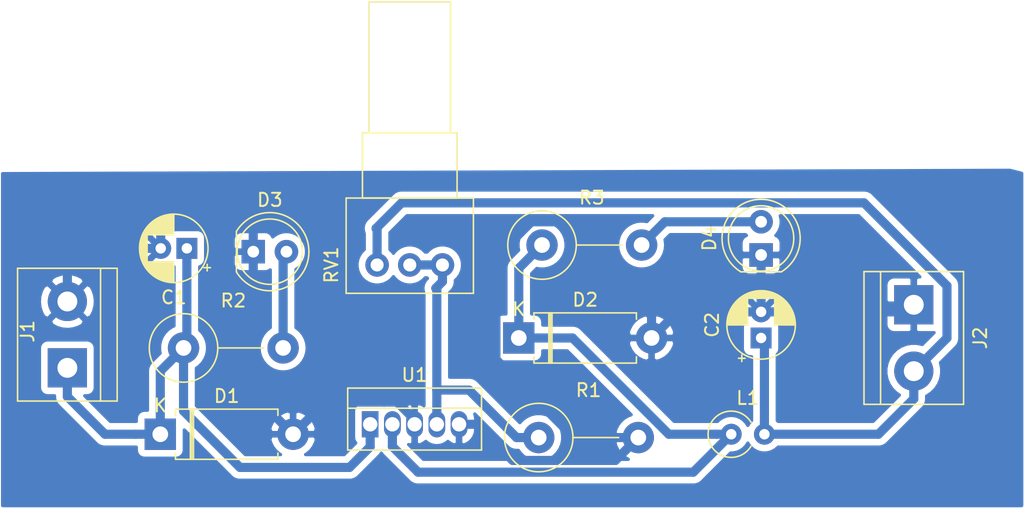
<source format=kicad_pcb>
(kicad_pcb (version 20171130) (host pcbnew "(5.1.2)-2")

  (general
    (thickness 1.6)
    (drawings 9)
    (tracks 80)
    (zones 0)
    (modules 14)
    (nets 8)
  )

  (page A4)
  (layers
    (0 F.Cu signal)
    (31 B.Cu signal)
    (32 B.Adhes user)
    (33 F.Adhes user)
    (34 B.Paste user)
    (35 F.Paste user)
    (36 B.SilkS user)
    (37 F.SilkS user)
    (38 B.Mask user)
    (39 F.Mask user)
    (40 Dwgs.User user)
    (41 Cmts.User user)
    (42 Eco1.User user)
    (43 Eco2.User user)
    (44 Edge.Cuts user)
    (45 Margin user)
    (46 B.CrtYd user)
    (47 F.CrtYd user)
    (48 B.Fab user)
    (49 F.Fab user)
  )

  (setup
    (last_trace_width 0.7)
    (user_trace_width 0.7)
    (trace_clearance 0.2)
    (zone_clearance 0.508)
    (zone_45_only no)
    (trace_min 0.2)
    (via_size 0.8)
    (via_drill 0.4)
    (via_min_size 0.4)
    (via_min_drill 0.3)
    (uvia_size 0.3)
    (uvia_drill 0.1)
    (uvias_allowed no)
    (uvia_min_size 0.2)
    (uvia_min_drill 0.1)
    (edge_width 0.05)
    (segment_width 0.2)
    (pcb_text_width 0.3)
    (pcb_text_size 1.5 1.5)
    (mod_edge_width 0.12)
    (mod_text_size 1 1)
    (mod_text_width 0.15)
    (pad_size 1.524 1.524)
    (pad_drill 0.762)
    (pad_to_mask_clearance 0.051)
    (solder_mask_min_width 0.25)
    (aux_axis_origin 0 0)
    (visible_elements FFFFFF7F)
    (pcbplotparams
      (layerselection 0x010fc_ffffffff)
      (usegerberextensions true)
      (usegerberattributes false)
      (usegerberadvancedattributes false)
      (creategerberjobfile false)
      (excludeedgelayer true)
      (linewidth 0.100000)
      (plotframeref false)
      (viasonmask false)
      (mode 1)
      (useauxorigin false)
      (hpglpennumber 1)
      (hpglpenspeed 20)
      (hpglpendiameter 15.000000)
      (psnegative false)
      (psa4output false)
      (plotreference true)
      (plotvalue true)
      (plotinvisibletext false)
      (padsonsilk false)
      (subtractmaskfromsilk false)
      (outputformat 3)
      (mirror false)
      (drillshape 0)
      (scaleselection 1)
      (outputdirectory ""))
  )

  (net 0 "")
  (net 1 "Net-(C1-Pad1)")
  (net 2 GND)
  (net 3 "Net-(C2-Pad1)")
  (net 4 "Net-(D2-Pad1)")
  (net 5 "Net-(D3-Pad2)")
  (net 6 "Net-(D4-Pad2)")
  (net 7 "Net-(R1-Pad1)")

  (net_class Default "This is the default net class."
    (clearance 0.2)
    (trace_width 0.25)
    (via_dia 0.8)
    (via_drill 0.4)
    (uvia_dia 0.3)
    (uvia_drill 0.1)
    (add_net GND)
    (add_net "Net-(C1-Pad1)")
    (add_net "Net-(C2-Pad1)")
    (add_net "Net-(D2-Pad1)")
    (add_net "Net-(D3-Pad2)")
    (add_net "Net-(D4-Pad2)")
    (add_net "Net-(R1-Pad1)")
  )

  (module Capacitor_THT:CP_Radial_D5.0mm_P2.00mm (layer F.Cu) (tedit 5AE50EF0) (tstamp 5DBBACA3)
    (at 108.966 48.768 180)
    (descr "CP, Radial series, Radial, pin pitch=2.00mm, , diameter=5mm, Electrolytic Capacitor")
    (tags "CP Radial series Radial pin pitch 2.00mm  diameter 5mm Electrolytic Capacitor")
    (path /5DBB716A)
    (fp_text reference C1 (at 1 -3.75) (layer F.SilkS)
      (effects (font (size 1 1) (thickness 0.15)))
    )
    (fp_text value 220uF (at 1 3.75) (layer F.Fab)
      (effects (font (size 1 1) (thickness 0.15)))
    )
    (fp_circle (center 1 0) (end 3.5 0) (layer F.Fab) (width 0.1))
    (fp_circle (center 1 0) (end 3.62 0) (layer F.SilkS) (width 0.12))
    (fp_circle (center 1 0) (end 3.75 0) (layer F.CrtYd) (width 0.05))
    (fp_line (start -1.133605 -1.0875) (end -0.633605 -1.0875) (layer F.Fab) (width 0.1))
    (fp_line (start -0.883605 -1.3375) (end -0.883605 -0.8375) (layer F.Fab) (width 0.1))
    (fp_line (start 1 1.04) (end 1 2.58) (layer F.SilkS) (width 0.12))
    (fp_line (start 1 -2.58) (end 1 -1.04) (layer F.SilkS) (width 0.12))
    (fp_line (start 1.04 1.04) (end 1.04 2.58) (layer F.SilkS) (width 0.12))
    (fp_line (start 1.04 -2.58) (end 1.04 -1.04) (layer F.SilkS) (width 0.12))
    (fp_line (start 1.08 -2.579) (end 1.08 -1.04) (layer F.SilkS) (width 0.12))
    (fp_line (start 1.08 1.04) (end 1.08 2.579) (layer F.SilkS) (width 0.12))
    (fp_line (start 1.12 -2.578) (end 1.12 -1.04) (layer F.SilkS) (width 0.12))
    (fp_line (start 1.12 1.04) (end 1.12 2.578) (layer F.SilkS) (width 0.12))
    (fp_line (start 1.16 -2.576) (end 1.16 -1.04) (layer F.SilkS) (width 0.12))
    (fp_line (start 1.16 1.04) (end 1.16 2.576) (layer F.SilkS) (width 0.12))
    (fp_line (start 1.2 -2.573) (end 1.2 -1.04) (layer F.SilkS) (width 0.12))
    (fp_line (start 1.2 1.04) (end 1.2 2.573) (layer F.SilkS) (width 0.12))
    (fp_line (start 1.24 -2.569) (end 1.24 -1.04) (layer F.SilkS) (width 0.12))
    (fp_line (start 1.24 1.04) (end 1.24 2.569) (layer F.SilkS) (width 0.12))
    (fp_line (start 1.28 -2.565) (end 1.28 -1.04) (layer F.SilkS) (width 0.12))
    (fp_line (start 1.28 1.04) (end 1.28 2.565) (layer F.SilkS) (width 0.12))
    (fp_line (start 1.32 -2.561) (end 1.32 -1.04) (layer F.SilkS) (width 0.12))
    (fp_line (start 1.32 1.04) (end 1.32 2.561) (layer F.SilkS) (width 0.12))
    (fp_line (start 1.36 -2.556) (end 1.36 -1.04) (layer F.SilkS) (width 0.12))
    (fp_line (start 1.36 1.04) (end 1.36 2.556) (layer F.SilkS) (width 0.12))
    (fp_line (start 1.4 -2.55) (end 1.4 -1.04) (layer F.SilkS) (width 0.12))
    (fp_line (start 1.4 1.04) (end 1.4 2.55) (layer F.SilkS) (width 0.12))
    (fp_line (start 1.44 -2.543) (end 1.44 -1.04) (layer F.SilkS) (width 0.12))
    (fp_line (start 1.44 1.04) (end 1.44 2.543) (layer F.SilkS) (width 0.12))
    (fp_line (start 1.48 -2.536) (end 1.48 -1.04) (layer F.SilkS) (width 0.12))
    (fp_line (start 1.48 1.04) (end 1.48 2.536) (layer F.SilkS) (width 0.12))
    (fp_line (start 1.52 -2.528) (end 1.52 -1.04) (layer F.SilkS) (width 0.12))
    (fp_line (start 1.52 1.04) (end 1.52 2.528) (layer F.SilkS) (width 0.12))
    (fp_line (start 1.56 -2.52) (end 1.56 -1.04) (layer F.SilkS) (width 0.12))
    (fp_line (start 1.56 1.04) (end 1.56 2.52) (layer F.SilkS) (width 0.12))
    (fp_line (start 1.6 -2.511) (end 1.6 -1.04) (layer F.SilkS) (width 0.12))
    (fp_line (start 1.6 1.04) (end 1.6 2.511) (layer F.SilkS) (width 0.12))
    (fp_line (start 1.64 -2.501) (end 1.64 -1.04) (layer F.SilkS) (width 0.12))
    (fp_line (start 1.64 1.04) (end 1.64 2.501) (layer F.SilkS) (width 0.12))
    (fp_line (start 1.68 -2.491) (end 1.68 -1.04) (layer F.SilkS) (width 0.12))
    (fp_line (start 1.68 1.04) (end 1.68 2.491) (layer F.SilkS) (width 0.12))
    (fp_line (start 1.721 -2.48) (end 1.721 -1.04) (layer F.SilkS) (width 0.12))
    (fp_line (start 1.721 1.04) (end 1.721 2.48) (layer F.SilkS) (width 0.12))
    (fp_line (start 1.761 -2.468) (end 1.761 -1.04) (layer F.SilkS) (width 0.12))
    (fp_line (start 1.761 1.04) (end 1.761 2.468) (layer F.SilkS) (width 0.12))
    (fp_line (start 1.801 -2.455) (end 1.801 -1.04) (layer F.SilkS) (width 0.12))
    (fp_line (start 1.801 1.04) (end 1.801 2.455) (layer F.SilkS) (width 0.12))
    (fp_line (start 1.841 -2.442) (end 1.841 -1.04) (layer F.SilkS) (width 0.12))
    (fp_line (start 1.841 1.04) (end 1.841 2.442) (layer F.SilkS) (width 0.12))
    (fp_line (start 1.881 -2.428) (end 1.881 -1.04) (layer F.SilkS) (width 0.12))
    (fp_line (start 1.881 1.04) (end 1.881 2.428) (layer F.SilkS) (width 0.12))
    (fp_line (start 1.921 -2.414) (end 1.921 -1.04) (layer F.SilkS) (width 0.12))
    (fp_line (start 1.921 1.04) (end 1.921 2.414) (layer F.SilkS) (width 0.12))
    (fp_line (start 1.961 -2.398) (end 1.961 -1.04) (layer F.SilkS) (width 0.12))
    (fp_line (start 1.961 1.04) (end 1.961 2.398) (layer F.SilkS) (width 0.12))
    (fp_line (start 2.001 -2.382) (end 2.001 -1.04) (layer F.SilkS) (width 0.12))
    (fp_line (start 2.001 1.04) (end 2.001 2.382) (layer F.SilkS) (width 0.12))
    (fp_line (start 2.041 -2.365) (end 2.041 -1.04) (layer F.SilkS) (width 0.12))
    (fp_line (start 2.041 1.04) (end 2.041 2.365) (layer F.SilkS) (width 0.12))
    (fp_line (start 2.081 -2.348) (end 2.081 -1.04) (layer F.SilkS) (width 0.12))
    (fp_line (start 2.081 1.04) (end 2.081 2.348) (layer F.SilkS) (width 0.12))
    (fp_line (start 2.121 -2.329) (end 2.121 -1.04) (layer F.SilkS) (width 0.12))
    (fp_line (start 2.121 1.04) (end 2.121 2.329) (layer F.SilkS) (width 0.12))
    (fp_line (start 2.161 -2.31) (end 2.161 -1.04) (layer F.SilkS) (width 0.12))
    (fp_line (start 2.161 1.04) (end 2.161 2.31) (layer F.SilkS) (width 0.12))
    (fp_line (start 2.201 -2.29) (end 2.201 -1.04) (layer F.SilkS) (width 0.12))
    (fp_line (start 2.201 1.04) (end 2.201 2.29) (layer F.SilkS) (width 0.12))
    (fp_line (start 2.241 -2.268) (end 2.241 -1.04) (layer F.SilkS) (width 0.12))
    (fp_line (start 2.241 1.04) (end 2.241 2.268) (layer F.SilkS) (width 0.12))
    (fp_line (start 2.281 -2.247) (end 2.281 -1.04) (layer F.SilkS) (width 0.12))
    (fp_line (start 2.281 1.04) (end 2.281 2.247) (layer F.SilkS) (width 0.12))
    (fp_line (start 2.321 -2.224) (end 2.321 -1.04) (layer F.SilkS) (width 0.12))
    (fp_line (start 2.321 1.04) (end 2.321 2.224) (layer F.SilkS) (width 0.12))
    (fp_line (start 2.361 -2.2) (end 2.361 -1.04) (layer F.SilkS) (width 0.12))
    (fp_line (start 2.361 1.04) (end 2.361 2.2) (layer F.SilkS) (width 0.12))
    (fp_line (start 2.401 -2.175) (end 2.401 -1.04) (layer F.SilkS) (width 0.12))
    (fp_line (start 2.401 1.04) (end 2.401 2.175) (layer F.SilkS) (width 0.12))
    (fp_line (start 2.441 -2.149) (end 2.441 -1.04) (layer F.SilkS) (width 0.12))
    (fp_line (start 2.441 1.04) (end 2.441 2.149) (layer F.SilkS) (width 0.12))
    (fp_line (start 2.481 -2.122) (end 2.481 -1.04) (layer F.SilkS) (width 0.12))
    (fp_line (start 2.481 1.04) (end 2.481 2.122) (layer F.SilkS) (width 0.12))
    (fp_line (start 2.521 -2.095) (end 2.521 -1.04) (layer F.SilkS) (width 0.12))
    (fp_line (start 2.521 1.04) (end 2.521 2.095) (layer F.SilkS) (width 0.12))
    (fp_line (start 2.561 -2.065) (end 2.561 -1.04) (layer F.SilkS) (width 0.12))
    (fp_line (start 2.561 1.04) (end 2.561 2.065) (layer F.SilkS) (width 0.12))
    (fp_line (start 2.601 -2.035) (end 2.601 -1.04) (layer F.SilkS) (width 0.12))
    (fp_line (start 2.601 1.04) (end 2.601 2.035) (layer F.SilkS) (width 0.12))
    (fp_line (start 2.641 -2.004) (end 2.641 -1.04) (layer F.SilkS) (width 0.12))
    (fp_line (start 2.641 1.04) (end 2.641 2.004) (layer F.SilkS) (width 0.12))
    (fp_line (start 2.681 -1.971) (end 2.681 -1.04) (layer F.SilkS) (width 0.12))
    (fp_line (start 2.681 1.04) (end 2.681 1.971) (layer F.SilkS) (width 0.12))
    (fp_line (start 2.721 -1.937) (end 2.721 -1.04) (layer F.SilkS) (width 0.12))
    (fp_line (start 2.721 1.04) (end 2.721 1.937) (layer F.SilkS) (width 0.12))
    (fp_line (start 2.761 -1.901) (end 2.761 -1.04) (layer F.SilkS) (width 0.12))
    (fp_line (start 2.761 1.04) (end 2.761 1.901) (layer F.SilkS) (width 0.12))
    (fp_line (start 2.801 -1.864) (end 2.801 -1.04) (layer F.SilkS) (width 0.12))
    (fp_line (start 2.801 1.04) (end 2.801 1.864) (layer F.SilkS) (width 0.12))
    (fp_line (start 2.841 -1.826) (end 2.841 -1.04) (layer F.SilkS) (width 0.12))
    (fp_line (start 2.841 1.04) (end 2.841 1.826) (layer F.SilkS) (width 0.12))
    (fp_line (start 2.881 -1.785) (end 2.881 -1.04) (layer F.SilkS) (width 0.12))
    (fp_line (start 2.881 1.04) (end 2.881 1.785) (layer F.SilkS) (width 0.12))
    (fp_line (start 2.921 -1.743) (end 2.921 -1.04) (layer F.SilkS) (width 0.12))
    (fp_line (start 2.921 1.04) (end 2.921 1.743) (layer F.SilkS) (width 0.12))
    (fp_line (start 2.961 -1.699) (end 2.961 -1.04) (layer F.SilkS) (width 0.12))
    (fp_line (start 2.961 1.04) (end 2.961 1.699) (layer F.SilkS) (width 0.12))
    (fp_line (start 3.001 -1.653) (end 3.001 -1.04) (layer F.SilkS) (width 0.12))
    (fp_line (start 3.001 1.04) (end 3.001 1.653) (layer F.SilkS) (width 0.12))
    (fp_line (start 3.041 -1.605) (end 3.041 1.605) (layer F.SilkS) (width 0.12))
    (fp_line (start 3.081 -1.554) (end 3.081 1.554) (layer F.SilkS) (width 0.12))
    (fp_line (start 3.121 -1.5) (end 3.121 1.5) (layer F.SilkS) (width 0.12))
    (fp_line (start 3.161 -1.443) (end 3.161 1.443) (layer F.SilkS) (width 0.12))
    (fp_line (start 3.201 -1.383) (end 3.201 1.383) (layer F.SilkS) (width 0.12))
    (fp_line (start 3.241 -1.319) (end 3.241 1.319) (layer F.SilkS) (width 0.12))
    (fp_line (start 3.281 -1.251) (end 3.281 1.251) (layer F.SilkS) (width 0.12))
    (fp_line (start 3.321 -1.178) (end 3.321 1.178) (layer F.SilkS) (width 0.12))
    (fp_line (start 3.361 -1.098) (end 3.361 1.098) (layer F.SilkS) (width 0.12))
    (fp_line (start 3.401 -1.011) (end 3.401 1.011) (layer F.SilkS) (width 0.12))
    (fp_line (start 3.441 -0.915) (end 3.441 0.915) (layer F.SilkS) (width 0.12))
    (fp_line (start 3.481 -0.805) (end 3.481 0.805) (layer F.SilkS) (width 0.12))
    (fp_line (start 3.521 -0.677) (end 3.521 0.677) (layer F.SilkS) (width 0.12))
    (fp_line (start 3.561 -0.518) (end 3.561 0.518) (layer F.SilkS) (width 0.12))
    (fp_line (start 3.601 -0.284) (end 3.601 0.284) (layer F.SilkS) (width 0.12))
    (fp_line (start -1.804775 -1.475) (end -1.304775 -1.475) (layer F.SilkS) (width 0.12))
    (fp_line (start -1.554775 -1.725) (end -1.554775 -1.225) (layer F.SilkS) (width 0.12))
    (fp_text user %R (at 0.499224 -0.873001) (layer F.Fab)
      (effects (font (size 1 1) (thickness 0.15)))
    )
    (pad 1 thru_hole rect (at 0 0 180) (size 1.6 1.6) (drill 0.8) (layers *.Cu *.Mask)
      (net 1 "Net-(C1-Pad1)"))
    (pad 2 thru_hole circle (at 2 0 180) (size 1.6 1.6) (drill 0.8) (layers *.Cu *.Mask)
      (net 2 GND))
    (model ${KISYS3DMOD}/Capacitor_THT.3dshapes/CP_Radial_D5.0mm_P2.00mm.wrl
      (at (xyz 0 0 0))
      (scale (xyz 1 1 1))
      (rotate (xyz 0 0 0))
    )
  )

  (module Capacitor_THT:CP_Radial_D5.0mm_P2.00mm (layer F.Cu) (tedit 5AE50EF0) (tstamp 5DBBAD26)
    (at 152.908 55.626 90)
    (descr "CP, Radial series, Radial, pin pitch=2.00mm, , diameter=5mm, Electrolytic Capacitor")
    (tags "CP Radial series Radial pin pitch 2.00mm  diameter 5mm Electrolytic Capacitor")
    (path /5DBBAD96)
    (fp_text reference C2 (at 1 -3.75 90) (layer F.SilkS)
      (effects (font (size 1 1) (thickness 0.15)))
    )
    (fp_text value 220uF (at 1 3.75 90) (layer F.Fab)
      (effects (font (size 1 1) (thickness 0.15)))
    )
    (fp_text user %R (at 1 0 90) (layer F.Fab)
      (effects (font (size 1 1) (thickness 0.15)))
    )
    (fp_line (start -1.554775 -1.725) (end -1.554775 -1.225) (layer F.SilkS) (width 0.12))
    (fp_line (start -1.804775 -1.475) (end -1.304775 -1.475) (layer F.SilkS) (width 0.12))
    (fp_line (start 3.601 -0.284) (end 3.601 0.284) (layer F.SilkS) (width 0.12))
    (fp_line (start 3.561 -0.518) (end 3.561 0.518) (layer F.SilkS) (width 0.12))
    (fp_line (start 3.521 -0.677) (end 3.521 0.677) (layer F.SilkS) (width 0.12))
    (fp_line (start 3.481 -0.805) (end 3.481 0.805) (layer F.SilkS) (width 0.12))
    (fp_line (start 3.441 -0.915) (end 3.441 0.915) (layer F.SilkS) (width 0.12))
    (fp_line (start 3.401 -1.011) (end 3.401 1.011) (layer F.SilkS) (width 0.12))
    (fp_line (start 3.361 -1.098) (end 3.361 1.098) (layer F.SilkS) (width 0.12))
    (fp_line (start 3.321 -1.178) (end 3.321 1.178) (layer F.SilkS) (width 0.12))
    (fp_line (start 3.281 -1.251) (end 3.281 1.251) (layer F.SilkS) (width 0.12))
    (fp_line (start 3.241 -1.319) (end 3.241 1.319) (layer F.SilkS) (width 0.12))
    (fp_line (start 3.201 -1.383) (end 3.201 1.383) (layer F.SilkS) (width 0.12))
    (fp_line (start 3.161 -1.443) (end 3.161 1.443) (layer F.SilkS) (width 0.12))
    (fp_line (start 3.121 -1.5) (end 3.121 1.5) (layer F.SilkS) (width 0.12))
    (fp_line (start 3.081 -1.554) (end 3.081 1.554) (layer F.SilkS) (width 0.12))
    (fp_line (start 3.041 -1.605) (end 3.041 1.605) (layer F.SilkS) (width 0.12))
    (fp_line (start 3.001 1.04) (end 3.001 1.653) (layer F.SilkS) (width 0.12))
    (fp_line (start 3.001 -1.653) (end 3.001 -1.04) (layer F.SilkS) (width 0.12))
    (fp_line (start 2.961 1.04) (end 2.961 1.699) (layer F.SilkS) (width 0.12))
    (fp_line (start 2.961 -1.699) (end 2.961 -1.04) (layer F.SilkS) (width 0.12))
    (fp_line (start 2.921 1.04) (end 2.921 1.743) (layer F.SilkS) (width 0.12))
    (fp_line (start 2.921 -1.743) (end 2.921 -1.04) (layer F.SilkS) (width 0.12))
    (fp_line (start 2.881 1.04) (end 2.881 1.785) (layer F.SilkS) (width 0.12))
    (fp_line (start 2.881 -1.785) (end 2.881 -1.04) (layer F.SilkS) (width 0.12))
    (fp_line (start 2.841 1.04) (end 2.841 1.826) (layer F.SilkS) (width 0.12))
    (fp_line (start 2.841 -1.826) (end 2.841 -1.04) (layer F.SilkS) (width 0.12))
    (fp_line (start 2.801 1.04) (end 2.801 1.864) (layer F.SilkS) (width 0.12))
    (fp_line (start 2.801 -1.864) (end 2.801 -1.04) (layer F.SilkS) (width 0.12))
    (fp_line (start 2.761 1.04) (end 2.761 1.901) (layer F.SilkS) (width 0.12))
    (fp_line (start 2.761 -1.901) (end 2.761 -1.04) (layer F.SilkS) (width 0.12))
    (fp_line (start 2.721 1.04) (end 2.721 1.937) (layer F.SilkS) (width 0.12))
    (fp_line (start 2.721 -1.937) (end 2.721 -1.04) (layer F.SilkS) (width 0.12))
    (fp_line (start 2.681 1.04) (end 2.681 1.971) (layer F.SilkS) (width 0.12))
    (fp_line (start 2.681 -1.971) (end 2.681 -1.04) (layer F.SilkS) (width 0.12))
    (fp_line (start 2.641 1.04) (end 2.641 2.004) (layer F.SilkS) (width 0.12))
    (fp_line (start 2.641 -2.004) (end 2.641 -1.04) (layer F.SilkS) (width 0.12))
    (fp_line (start 2.601 1.04) (end 2.601 2.035) (layer F.SilkS) (width 0.12))
    (fp_line (start 2.601 -2.035) (end 2.601 -1.04) (layer F.SilkS) (width 0.12))
    (fp_line (start 2.561 1.04) (end 2.561 2.065) (layer F.SilkS) (width 0.12))
    (fp_line (start 2.561 -2.065) (end 2.561 -1.04) (layer F.SilkS) (width 0.12))
    (fp_line (start 2.521 1.04) (end 2.521 2.095) (layer F.SilkS) (width 0.12))
    (fp_line (start 2.521 -2.095) (end 2.521 -1.04) (layer F.SilkS) (width 0.12))
    (fp_line (start 2.481 1.04) (end 2.481 2.122) (layer F.SilkS) (width 0.12))
    (fp_line (start 2.481 -2.122) (end 2.481 -1.04) (layer F.SilkS) (width 0.12))
    (fp_line (start 2.441 1.04) (end 2.441 2.149) (layer F.SilkS) (width 0.12))
    (fp_line (start 2.441 -2.149) (end 2.441 -1.04) (layer F.SilkS) (width 0.12))
    (fp_line (start 2.401 1.04) (end 2.401 2.175) (layer F.SilkS) (width 0.12))
    (fp_line (start 2.401 -2.175) (end 2.401 -1.04) (layer F.SilkS) (width 0.12))
    (fp_line (start 2.361 1.04) (end 2.361 2.2) (layer F.SilkS) (width 0.12))
    (fp_line (start 2.361 -2.2) (end 2.361 -1.04) (layer F.SilkS) (width 0.12))
    (fp_line (start 2.321 1.04) (end 2.321 2.224) (layer F.SilkS) (width 0.12))
    (fp_line (start 2.321 -2.224) (end 2.321 -1.04) (layer F.SilkS) (width 0.12))
    (fp_line (start 2.281 1.04) (end 2.281 2.247) (layer F.SilkS) (width 0.12))
    (fp_line (start 2.281 -2.247) (end 2.281 -1.04) (layer F.SilkS) (width 0.12))
    (fp_line (start 2.241 1.04) (end 2.241 2.268) (layer F.SilkS) (width 0.12))
    (fp_line (start 2.241 -2.268) (end 2.241 -1.04) (layer F.SilkS) (width 0.12))
    (fp_line (start 2.201 1.04) (end 2.201 2.29) (layer F.SilkS) (width 0.12))
    (fp_line (start 2.201 -2.29) (end 2.201 -1.04) (layer F.SilkS) (width 0.12))
    (fp_line (start 2.161 1.04) (end 2.161 2.31) (layer F.SilkS) (width 0.12))
    (fp_line (start 2.161 -2.31) (end 2.161 -1.04) (layer F.SilkS) (width 0.12))
    (fp_line (start 2.121 1.04) (end 2.121 2.329) (layer F.SilkS) (width 0.12))
    (fp_line (start 2.121 -2.329) (end 2.121 -1.04) (layer F.SilkS) (width 0.12))
    (fp_line (start 2.081 1.04) (end 2.081 2.348) (layer F.SilkS) (width 0.12))
    (fp_line (start 2.081 -2.348) (end 2.081 -1.04) (layer F.SilkS) (width 0.12))
    (fp_line (start 2.041 1.04) (end 2.041 2.365) (layer F.SilkS) (width 0.12))
    (fp_line (start 2.041 -2.365) (end 2.041 -1.04) (layer F.SilkS) (width 0.12))
    (fp_line (start 2.001 1.04) (end 2.001 2.382) (layer F.SilkS) (width 0.12))
    (fp_line (start 2.001 -2.382) (end 2.001 -1.04) (layer F.SilkS) (width 0.12))
    (fp_line (start 1.961 1.04) (end 1.961 2.398) (layer F.SilkS) (width 0.12))
    (fp_line (start 1.961 -2.398) (end 1.961 -1.04) (layer F.SilkS) (width 0.12))
    (fp_line (start 1.921 1.04) (end 1.921 2.414) (layer F.SilkS) (width 0.12))
    (fp_line (start 1.921 -2.414) (end 1.921 -1.04) (layer F.SilkS) (width 0.12))
    (fp_line (start 1.881 1.04) (end 1.881 2.428) (layer F.SilkS) (width 0.12))
    (fp_line (start 1.881 -2.428) (end 1.881 -1.04) (layer F.SilkS) (width 0.12))
    (fp_line (start 1.841 1.04) (end 1.841 2.442) (layer F.SilkS) (width 0.12))
    (fp_line (start 1.841 -2.442) (end 1.841 -1.04) (layer F.SilkS) (width 0.12))
    (fp_line (start 1.801 1.04) (end 1.801 2.455) (layer F.SilkS) (width 0.12))
    (fp_line (start 1.801 -2.455) (end 1.801 -1.04) (layer F.SilkS) (width 0.12))
    (fp_line (start 1.761 1.04) (end 1.761 2.468) (layer F.SilkS) (width 0.12))
    (fp_line (start 1.761 -2.468) (end 1.761 -1.04) (layer F.SilkS) (width 0.12))
    (fp_line (start 1.721 1.04) (end 1.721 2.48) (layer F.SilkS) (width 0.12))
    (fp_line (start 1.721 -2.48) (end 1.721 -1.04) (layer F.SilkS) (width 0.12))
    (fp_line (start 1.68 1.04) (end 1.68 2.491) (layer F.SilkS) (width 0.12))
    (fp_line (start 1.68 -2.491) (end 1.68 -1.04) (layer F.SilkS) (width 0.12))
    (fp_line (start 1.64 1.04) (end 1.64 2.501) (layer F.SilkS) (width 0.12))
    (fp_line (start 1.64 -2.501) (end 1.64 -1.04) (layer F.SilkS) (width 0.12))
    (fp_line (start 1.6 1.04) (end 1.6 2.511) (layer F.SilkS) (width 0.12))
    (fp_line (start 1.6 -2.511) (end 1.6 -1.04) (layer F.SilkS) (width 0.12))
    (fp_line (start 1.56 1.04) (end 1.56 2.52) (layer F.SilkS) (width 0.12))
    (fp_line (start 1.56 -2.52) (end 1.56 -1.04) (layer F.SilkS) (width 0.12))
    (fp_line (start 1.52 1.04) (end 1.52 2.528) (layer F.SilkS) (width 0.12))
    (fp_line (start 1.52 -2.528) (end 1.52 -1.04) (layer F.SilkS) (width 0.12))
    (fp_line (start 1.48 1.04) (end 1.48 2.536) (layer F.SilkS) (width 0.12))
    (fp_line (start 1.48 -2.536) (end 1.48 -1.04) (layer F.SilkS) (width 0.12))
    (fp_line (start 1.44 1.04) (end 1.44 2.543) (layer F.SilkS) (width 0.12))
    (fp_line (start 1.44 -2.543) (end 1.44 -1.04) (layer F.SilkS) (width 0.12))
    (fp_line (start 1.4 1.04) (end 1.4 2.55) (layer F.SilkS) (width 0.12))
    (fp_line (start 1.4 -2.55) (end 1.4 -1.04) (layer F.SilkS) (width 0.12))
    (fp_line (start 1.36 1.04) (end 1.36 2.556) (layer F.SilkS) (width 0.12))
    (fp_line (start 1.36 -2.556) (end 1.36 -1.04) (layer F.SilkS) (width 0.12))
    (fp_line (start 1.32 1.04) (end 1.32 2.561) (layer F.SilkS) (width 0.12))
    (fp_line (start 1.32 -2.561) (end 1.32 -1.04) (layer F.SilkS) (width 0.12))
    (fp_line (start 1.28 1.04) (end 1.28 2.565) (layer F.SilkS) (width 0.12))
    (fp_line (start 1.28 -2.565) (end 1.28 -1.04) (layer F.SilkS) (width 0.12))
    (fp_line (start 1.24 1.04) (end 1.24 2.569) (layer F.SilkS) (width 0.12))
    (fp_line (start 1.24 -2.569) (end 1.24 -1.04) (layer F.SilkS) (width 0.12))
    (fp_line (start 1.2 1.04) (end 1.2 2.573) (layer F.SilkS) (width 0.12))
    (fp_line (start 1.2 -2.573) (end 1.2 -1.04) (layer F.SilkS) (width 0.12))
    (fp_line (start 1.16 1.04) (end 1.16 2.576) (layer F.SilkS) (width 0.12))
    (fp_line (start 1.16 -2.576) (end 1.16 -1.04) (layer F.SilkS) (width 0.12))
    (fp_line (start 1.12 1.04) (end 1.12 2.578) (layer F.SilkS) (width 0.12))
    (fp_line (start 1.12 -2.578) (end 1.12 -1.04) (layer F.SilkS) (width 0.12))
    (fp_line (start 1.08 1.04) (end 1.08 2.579) (layer F.SilkS) (width 0.12))
    (fp_line (start 1.08 -2.579) (end 1.08 -1.04) (layer F.SilkS) (width 0.12))
    (fp_line (start 1.04 -2.58) (end 1.04 -1.04) (layer F.SilkS) (width 0.12))
    (fp_line (start 1.04 1.04) (end 1.04 2.58) (layer F.SilkS) (width 0.12))
    (fp_line (start 1 -2.58) (end 1 -1.04) (layer F.SilkS) (width 0.12))
    (fp_line (start 1 1.04) (end 1 2.58) (layer F.SilkS) (width 0.12))
    (fp_line (start -0.883605 -1.3375) (end -0.883605 -0.8375) (layer F.Fab) (width 0.1))
    (fp_line (start -1.133605 -1.0875) (end -0.633605 -1.0875) (layer F.Fab) (width 0.1))
    (fp_circle (center 1 0) (end 3.75 0) (layer F.CrtYd) (width 0.05))
    (fp_circle (center 1 0) (end 3.62 0) (layer F.SilkS) (width 0.12))
    (fp_circle (center 1 0) (end 3.5 0) (layer F.Fab) (width 0.1))
    (pad 2 thru_hole circle (at 2 0 90) (size 1.6 1.6) (drill 0.8) (layers *.Cu *.Mask)
      (net 2 GND))
    (pad 1 thru_hole rect (at 0 0 90) (size 1.6 1.6) (drill 0.8) (layers *.Cu *.Mask)
      (net 3 "Net-(C2-Pad1)"))
    (model ${KISYS3DMOD}/Capacitor_THT.3dshapes/CP_Radial_D5.0mm_P2.00mm.wrl
      (at (xyz 0 0 0))
      (scale (xyz 1 1 1))
      (rotate (xyz 0 0 0))
    )
  )

  (module Diode_THT:D_DO-15_P10.16mm_Horizontal (layer F.Cu) (tedit 5AE50CD5) (tstamp 5DBBAD45)
    (at 106.934 62.992)
    (descr "Diode, DO-15 series, Axial, Horizontal, pin pitch=10.16mm, , length*diameter=7.6*3.6mm^2, , http://www.diodes.com/_files/packages/DO-15.pdf")
    (tags "Diode DO-15 series Axial Horizontal pin pitch 10.16mm  length 7.6mm diameter 3.6mm")
    (path /5DBCCC8A)
    (fp_text reference D1 (at 5.08 -2.92) (layer F.SilkS)
      (effects (font (size 1 1) (thickness 0.15)))
    )
    (fp_text value D_Schottky (at 5.08 2.92) (layer F.Fab)
      (effects (font (size 1 1) (thickness 0.15)))
    )
    (fp_text user K (at 0 -2.2) (layer F.SilkS)
      (effects (font (size 1 1) (thickness 0.15)))
    )
    (fp_text user K (at 0 -2.2) (layer F.Fab)
      (effects (font (size 1 1) (thickness 0.15)))
    )
    (fp_text user %R (at 5.65 0) (layer F.Fab)
      (effects (font (size 1 1) (thickness 0.15)))
    )
    (fp_line (start 11.61 -2.05) (end -1.45 -2.05) (layer F.CrtYd) (width 0.05))
    (fp_line (start 11.61 2.05) (end 11.61 -2.05) (layer F.CrtYd) (width 0.05))
    (fp_line (start -1.45 2.05) (end 11.61 2.05) (layer F.CrtYd) (width 0.05))
    (fp_line (start -1.45 -2.05) (end -1.45 2.05) (layer F.CrtYd) (width 0.05))
    (fp_line (start 2.3 -1.92) (end 2.3 1.92) (layer F.SilkS) (width 0.12))
    (fp_line (start 2.54 -1.92) (end 2.54 1.92) (layer F.SilkS) (width 0.12))
    (fp_line (start 2.42 -1.92) (end 2.42 1.92) (layer F.SilkS) (width 0.12))
    (fp_line (start 9 1.92) (end 9 1.44) (layer F.SilkS) (width 0.12))
    (fp_line (start 1.16 1.92) (end 9 1.92) (layer F.SilkS) (width 0.12))
    (fp_line (start 1.16 1.44) (end 1.16 1.92) (layer F.SilkS) (width 0.12))
    (fp_line (start 9 -1.92) (end 9 -1.44) (layer F.SilkS) (width 0.12))
    (fp_line (start 1.16 -1.92) (end 9 -1.92) (layer F.SilkS) (width 0.12))
    (fp_line (start 1.16 -1.44) (end 1.16 -1.92) (layer F.SilkS) (width 0.12))
    (fp_line (start 2.32 -1.8) (end 2.32 1.8) (layer F.Fab) (width 0.1))
    (fp_line (start 2.52 -1.8) (end 2.52 1.8) (layer F.Fab) (width 0.1))
    (fp_line (start 2.42 -1.8) (end 2.42 1.8) (layer F.Fab) (width 0.1))
    (fp_line (start 10.16 0) (end 8.88 0) (layer F.Fab) (width 0.1))
    (fp_line (start 0 0) (end 1.28 0) (layer F.Fab) (width 0.1))
    (fp_line (start 8.88 -1.8) (end 1.28 -1.8) (layer F.Fab) (width 0.1))
    (fp_line (start 8.88 1.8) (end 8.88 -1.8) (layer F.Fab) (width 0.1))
    (fp_line (start 1.28 1.8) (end 8.88 1.8) (layer F.Fab) (width 0.1))
    (fp_line (start 1.28 -1.8) (end 1.28 1.8) (layer F.Fab) (width 0.1))
    (pad 2 thru_hole oval (at 10.16 0) (size 2.4 2.4) (drill 1.2) (layers *.Cu *.Mask)
      (net 2 GND))
    (pad 1 thru_hole rect (at 0 0) (size 2.4 2.4) (drill 1.2) (layers *.Cu *.Mask)
      (net 1 "Net-(C1-Pad1)"))
    (model ${KISYS3DMOD}/Diode_THT.3dshapes/D_DO-15_P10.16mm_Horizontal.wrl
      (at (xyz 0 0 0))
      (scale (xyz 1 1 1))
      (rotate (xyz 0 0 0))
    )
  )

  (module Diode_THT:D_DO-15_P10.16mm_Horizontal (layer F.Cu) (tedit 5AE50CD5) (tstamp 5DBBAD64)
    (at 134.366 55.626)
    (descr "Diode, DO-15 series, Axial, Horizontal, pin pitch=10.16mm, , length*diameter=7.6*3.6mm^2, , http://www.diodes.com/_files/packages/DO-15.pdf")
    (tags "Diode DO-15 series Axial Horizontal pin pitch 10.16mm  length 7.6mm diameter 3.6mm")
    (path /5DBB9485)
    (fp_text reference D2 (at 5.08 -2.92) (layer F.SilkS)
      (effects (font (size 1 1) (thickness 0.15)))
    )
    (fp_text value D_Schottky (at 5.08 2.92) (layer F.Fab)
      (effects (font (size 1 1) (thickness 0.15)))
    )
    (fp_line (start 1.28 -1.8) (end 1.28 1.8) (layer F.Fab) (width 0.1))
    (fp_line (start 1.28 1.8) (end 8.88 1.8) (layer F.Fab) (width 0.1))
    (fp_line (start 8.88 1.8) (end 8.88 -1.8) (layer F.Fab) (width 0.1))
    (fp_line (start 8.88 -1.8) (end 1.28 -1.8) (layer F.Fab) (width 0.1))
    (fp_line (start 0 0) (end 1.28 0) (layer F.Fab) (width 0.1))
    (fp_line (start 10.16 0) (end 8.88 0) (layer F.Fab) (width 0.1))
    (fp_line (start 2.42 -1.8) (end 2.42 1.8) (layer F.Fab) (width 0.1))
    (fp_line (start 2.52 -1.8) (end 2.52 1.8) (layer F.Fab) (width 0.1))
    (fp_line (start 2.32 -1.8) (end 2.32 1.8) (layer F.Fab) (width 0.1))
    (fp_line (start 1.16 -1.44) (end 1.16 -1.92) (layer F.SilkS) (width 0.12))
    (fp_line (start 1.16 -1.92) (end 9 -1.92) (layer F.SilkS) (width 0.12))
    (fp_line (start 9 -1.92) (end 9 -1.44) (layer F.SilkS) (width 0.12))
    (fp_line (start 1.16 1.44) (end 1.16 1.92) (layer F.SilkS) (width 0.12))
    (fp_line (start 1.16 1.92) (end 9 1.92) (layer F.SilkS) (width 0.12))
    (fp_line (start 9 1.92) (end 9 1.44) (layer F.SilkS) (width 0.12))
    (fp_line (start 2.42 -1.92) (end 2.42 1.92) (layer F.SilkS) (width 0.12))
    (fp_line (start 2.54 -1.92) (end 2.54 1.92) (layer F.SilkS) (width 0.12))
    (fp_line (start 2.3 -1.92) (end 2.3 1.92) (layer F.SilkS) (width 0.12))
    (fp_line (start -1.45 -2.05) (end -1.45 2.05) (layer F.CrtYd) (width 0.05))
    (fp_line (start -1.45 2.05) (end 11.61 2.05) (layer F.CrtYd) (width 0.05))
    (fp_line (start 11.61 2.05) (end 11.61 -2.05) (layer F.CrtYd) (width 0.05))
    (fp_line (start 11.61 -2.05) (end -1.45 -2.05) (layer F.CrtYd) (width 0.05))
    (fp_text user %R (at 5.65 0) (layer F.Fab)
      (effects (font (size 1 1) (thickness 0.15)))
    )
    (fp_text user K (at 0 -2.2) (layer F.Fab)
      (effects (font (size 1 1) (thickness 0.15)))
    )
    (fp_text user K (at 0 -2.2) (layer F.SilkS)
      (effects (font (size 1 1) (thickness 0.15)))
    )
    (pad 1 thru_hole rect (at 0 0) (size 2.4 2.4) (drill 1.2) (layers *.Cu *.Mask)
      (net 4 "Net-(D2-Pad1)"))
    (pad 2 thru_hole oval (at 10.16 0) (size 2.4 2.4) (drill 1.2) (layers *.Cu *.Mask)
      (net 2 GND))
    (model ${KISYS3DMOD}/Diode_THT.3dshapes/D_DO-15_P10.16mm_Horizontal.wrl
      (at (xyz 0 0 0))
      (scale (xyz 1 1 1))
      (rotate (xyz 0 0 0))
    )
  )

  (module LED_THT:LED_D5.0mm (layer F.Cu) (tedit 5995936A) (tstamp 5DBBAD76)
    (at 114.046 49.022)
    (descr "LED, diameter 5.0mm, 2 pins, http://cdn-reichelt.de/documents/datenblatt/A500/LL-504BC2E-009.pdf")
    (tags "LED diameter 5.0mm 2 pins")
    (path /5DBD20CB)
    (fp_text reference D3 (at 1.27 -3.96) (layer F.SilkS)
      (effects (font (size 1 1) (thickness 0.15)))
    )
    (fp_text value LED (at 1.27 3.96) (layer F.Fab)
      (effects (font (size 1 1) (thickness 0.15)))
    )
    (fp_arc (start 1.27 0) (end -1.23 -1.469694) (angle 299.1) (layer F.Fab) (width 0.1))
    (fp_arc (start 1.27 0) (end -1.29 -1.54483) (angle 148.9) (layer F.SilkS) (width 0.12))
    (fp_arc (start 1.27 0) (end -1.29 1.54483) (angle -148.9) (layer F.SilkS) (width 0.12))
    (fp_circle (center 1.27 0) (end 3.77 0) (layer F.Fab) (width 0.1))
    (fp_circle (center 1.27 0) (end 3.77 0) (layer F.SilkS) (width 0.12))
    (fp_line (start -1.23 -1.469694) (end -1.23 1.469694) (layer F.Fab) (width 0.1))
    (fp_line (start -1.29 -1.545) (end -1.29 1.545) (layer F.SilkS) (width 0.12))
    (fp_line (start -1.95 -3.25) (end -1.95 3.25) (layer F.CrtYd) (width 0.05))
    (fp_line (start -1.95 3.25) (end 4.5 3.25) (layer F.CrtYd) (width 0.05))
    (fp_line (start 4.5 3.25) (end 4.5 -3.25) (layer F.CrtYd) (width 0.05))
    (fp_line (start 4.5 -3.25) (end -1.95 -3.25) (layer F.CrtYd) (width 0.05))
    (fp_text user %R (at 1.25 0) (layer F.Fab)
      (effects (font (size 0.8 0.8) (thickness 0.2)))
    )
    (pad 1 thru_hole rect (at 0 0) (size 1.8 1.8) (drill 0.9) (layers *.Cu *.Mask)
      (net 2 GND))
    (pad 2 thru_hole circle (at 2.54 0) (size 1.8 1.8) (drill 0.9) (layers *.Cu *.Mask)
      (net 5 "Net-(D3-Pad2)"))
    (model ${KISYS3DMOD}/LED_THT.3dshapes/LED_D5.0mm.wrl
      (at (xyz 0 0 0))
      (scale (xyz 1 1 1))
      (rotate (xyz 0 0 0))
    )
  )

  (module LED_THT:LED_D5.0mm (layer F.Cu) (tedit 5995936A) (tstamp 5DBBAD88)
    (at 152.908 49.276 90)
    (descr "LED, diameter 5.0mm, 2 pins, http://cdn-reichelt.de/documents/datenblatt/A500/LL-504BC2E-009.pdf")
    (tags "LED diameter 5.0mm 2 pins")
    (path /5DBD52F0)
    (fp_text reference D4 (at 1.27 -3.96 90) (layer F.SilkS)
      (effects (font (size 1 1) (thickness 0.15)))
    )
    (fp_text value LED (at 1.27 3.96 90) (layer F.Fab)
      (effects (font (size 1 1) (thickness 0.15)))
    )
    (fp_text user %R (at 1.25 0 90) (layer F.Fab)
      (effects (font (size 0.8 0.8) (thickness 0.2)))
    )
    (fp_line (start 4.5 -3.25) (end -1.95 -3.25) (layer F.CrtYd) (width 0.05))
    (fp_line (start 4.5 3.25) (end 4.5 -3.25) (layer F.CrtYd) (width 0.05))
    (fp_line (start -1.95 3.25) (end 4.5 3.25) (layer F.CrtYd) (width 0.05))
    (fp_line (start -1.95 -3.25) (end -1.95 3.25) (layer F.CrtYd) (width 0.05))
    (fp_line (start -1.29 -1.545) (end -1.29 1.545) (layer F.SilkS) (width 0.12))
    (fp_line (start -1.23 -1.469694) (end -1.23 1.469694) (layer F.Fab) (width 0.1))
    (fp_circle (center 1.27 0) (end 3.77 0) (layer F.SilkS) (width 0.12))
    (fp_circle (center 1.27 0) (end 3.77 0) (layer F.Fab) (width 0.1))
    (fp_arc (start 1.27 0) (end -1.29 1.54483) (angle -148.9) (layer F.SilkS) (width 0.12))
    (fp_arc (start 1.27 0) (end -1.29 -1.54483) (angle 148.9) (layer F.SilkS) (width 0.12))
    (fp_arc (start 1.27 0) (end -1.23 -1.469694) (angle 299.1) (layer F.Fab) (width 0.1))
    (pad 2 thru_hole circle (at 2.54 0 90) (size 1.8 1.8) (drill 0.9) (layers *.Cu *.Mask)
      (net 6 "Net-(D4-Pad2)"))
    (pad 1 thru_hole rect (at 0 0 90) (size 1.8 1.8) (drill 0.9) (layers *.Cu *.Mask)
      (net 2 GND))
    (model ${KISYS3DMOD}/LED_THT.3dshapes/LED_D5.0mm.wrl
      (at (xyz 0 0 0))
      (scale (xyz 1 1 1))
      (rotate (xyz 0 0 0))
    )
  )

  (module TerminalBlock:TerminalBlock_bornier-2_P5.08mm (layer F.Cu) (tedit 59FF03AB) (tstamp 5DBBAD9D)
    (at 99.822 57.912 90)
    (descr "simple 2-pin terminal block, pitch 5.08mm, revamped version of bornier2")
    (tags "terminal block bornier2")
    (path /5DBB4969)
    (fp_text reference J1 (at 2.794 -3.048 90) (layer F.SilkS)
      (effects (font (size 1 1) (thickness 0.15)))
    )
    (fp_text value Input (at 2.54 5.08 90) (layer F.Fab)
      (effects (font (size 1 1) (thickness 0.15)))
    )
    (fp_text user %R (at 2.54 0 90) (layer F.Fab)
      (effects (font (size 1 1) (thickness 0.15)))
    )
    (fp_line (start -2.41 2.55) (end 7.49 2.55) (layer F.Fab) (width 0.1))
    (fp_line (start -2.46 -3.75) (end -2.46 3.75) (layer F.Fab) (width 0.1))
    (fp_line (start -2.46 3.75) (end 7.54 3.75) (layer F.Fab) (width 0.1))
    (fp_line (start 7.54 3.75) (end 7.54 -3.75) (layer F.Fab) (width 0.1))
    (fp_line (start 7.54 -3.75) (end -2.46 -3.75) (layer F.Fab) (width 0.1))
    (fp_line (start 7.62 2.54) (end -2.54 2.54) (layer F.SilkS) (width 0.12))
    (fp_line (start 7.62 3.81) (end 7.62 -3.81) (layer F.SilkS) (width 0.12))
    (fp_line (start 7.62 -3.81) (end -2.54 -3.81) (layer F.SilkS) (width 0.12))
    (fp_line (start -2.54 -3.81) (end -2.54 3.81) (layer F.SilkS) (width 0.12))
    (fp_line (start -2.54 3.81) (end 7.62 3.81) (layer F.SilkS) (width 0.12))
    (fp_line (start -2.71 -4) (end 7.79 -4) (layer F.CrtYd) (width 0.05))
    (fp_line (start -2.71 -4) (end -2.71 4) (layer F.CrtYd) (width 0.05))
    (fp_line (start 7.79 4) (end 7.79 -4) (layer F.CrtYd) (width 0.05))
    (fp_line (start 7.79 4) (end -2.71 4) (layer F.CrtYd) (width 0.05))
    (pad 1 thru_hole rect (at 0 0 90) (size 3 3) (drill 1.52) (layers *.Cu *.Mask)
      (net 1 "Net-(C1-Pad1)"))
    (pad 2 thru_hole circle (at 5.08 0 90) (size 3 3) (drill 1.52) (layers *.Cu *.Mask)
      (net 2 GND))
    (model ${KISYS3DMOD}/TerminalBlock.3dshapes/TerminalBlock_bornier-2_P5.08mm.wrl
      (offset (xyz 2.539999961853027 0 0))
      (scale (xyz 1 1 1))
      (rotate (xyz 0 0 0))
    )
  )

  (module TerminalBlock:TerminalBlock_bornier-2_P5.08mm (layer F.Cu) (tedit 59FF03AB) (tstamp 5DBBADB2)
    (at 164.592 53.086 270)
    (descr "simple 2-pin terminal block, pitch 5.08mm, revamped version of bornier2")
    (tags "terminal block bornier2")
    (path /5DBBB7C7)
    (fp_text reference J2 (at 2.54 -5.08 90) (layer F.SilkS)
      (effects (font (size 1 1) (thickness 0.15)))
    )
    (fp_text value Output (at 2.54 5.08 90) (layer F.Fab)
      (effects (font (size 1 1) (thickness 0.15)))
    )
    (fp_line (start 7.79 4) (end -2.71 4) (layer F.CrtYd) (width 0.05))
    (fp_line (start 7.79 4) (end 7.79 -4) (layer F.CrtYd) (width 0.05))
    (fp_line (start -2.71 -4) (end -2.71 4) (layer F.CrtYd) (width 0.05))
    (fp_line (start -2.71 -4) (end 7.79 -4) (layer F.CrtYd) (width 0.05))
    (fp_line (start -2.54 3.81) (end 7.62 3.81) (layer F.SilkS) (width 0.12))
    (fp_line (start -2.54 -3.81) (end -2.54 3.81) (layer F.SilkS) (width 0.12))
    (fp_line (start 7.62 -3.81) (end -2.54 -3.81) (layer F.SilkS) (width 0.12))
    (fp_line (start 7.62 3.81) (end 7.62 -3.81) (layer F.SilkS) (width 0.12))
    (fp_line (start 7.62 2.54) (end -2.54 2.54) (layer F.SilkS) (width 0.12))
    (fp_line (start 7.54 -3.75) (end -2.46 -3.75) (layer F.Fab) (width 0.1))
    (fp_line (start 7.54 3.75) (end 7.54 -3.75) (layer F.Fab) (width 0.1))
    (fp_line (start -2.46 3.75) (end 7.54 3.75) (layer F.Fab) (width 0.1))
    (fp_line (start -2.46 -3.75) (end -2.46 3.75) (layer F.Fab) (width 0.1))
    (fp_line (start -2.41 2.55) (end 7.49 2.55) (layer F.Fab) (width 0.1))
    (fp_text user %R (at 2.54 0 90) (layer F.Fab)
      (effects (font (size 1 1) (thickness 0.15)))
    )
    (pad 2 thru_hole circle (at 5.08 0 270) (size 3 3) (drill 1.52) (layers *.Cu *.Mask)
      (net 3 "Net-(C2-Pad1)"))
    (pad 1 thru_hole rect (at 0 0 270) (size 3 3) (drill 1.52) (layers *.Cu *.Mask)
      (net 2 GND))
    (model ${KISYS3DMOD}/TerminalBlock.3dshapes/TerminalBlock_bornier-2_P5.08mm.wrl
      (offset (xyz 2.539999961853027 0 0))
      (scale (xyz 1 1 1))
      (rotate (xyz 0 0 0))
    )
  )

  (module Resistor_THT:R_Axial_DIN0516_L15.5mm_D5.0mm_P7.62mm_Vertical (layer F.Cu) (tedit 5AE5139B) (tstamp 5DBBADD0)
    (at 135.89 63.246)
    (descr "Resistor, Axial_DIN0516 series, Axial, Vertical, pin pitch=7.62mm, 2W, length*diameter=15.5*5mm^2, http://cdn-reichelt.de/documents/datenblatt/B400/1_4W%23YAG.pdf")
    (tags "Resistor Axial_DIN0516 series Axial Vertical pin pitch 7.62mm 2W length 15.5mm diameter 5mm")
    (path /5DBB8BD5)
    (fp_text reference R1 (at 3.81 -3.62) (layer F.SilkS)
      (effects (font (size 1 1) (thickness 0.15)))
    )
    (fp_text value 470 (at 3.81 3.62) (layer F.Fab)
      (effects (font (size 1 1) (thickness 0.15)))
    )
    (fp_circle (center 0 0) (end 2.5 0) (layer F.Fab) (width 0.1))
    (fp_circle (center 0 0) (end 2.62 0) (layer F.SilkS) (width 0.12))
    (fp_line (start 0 0) (end 7.62 0) (layer F.Fab) (width 0.1))
    (fp_line (start 2.62 0) (end 6.12 0) (layer F.SilkS) (width 0.12))
    (fp_line (start -2.75 -2.75) (end -2.75 2.75) (layer F.CrtYd) (width 0.05))
    (fp_line (start -2.75 2.75) (end 9.07 2.75) (layer F.CrtYd) (width 0.05))
    (fp_line (start 9.07 2.75) (end 9.07 -2.75) (layer F.CrtYd) (width 0.05))
    (fp_line (start 9.07 -2.75) (end -2.75 -2.75) (layer F.CrtYd) (width 0.05))
    (fp_text user %R (at 3.81 -3.62) (layer F.Fab)
      (effects (font (size 1 1) (thickness 0.15)))
    )
    (pad 1 thru_hole circle (at 0 0) (size 2.4 2.4) (drill 1.2) (layers *.Cu *.Mask)
      (net 7 "Net-(R1-Pad1)"))
    (pad 2 thru_hole oval (at 7.62 0) (size 2.4 2.4) (drill 1.2) (layers *.Cu *.Mask)
      (net 2 GND))
    (model ${KISYS3DMOD}/Resistor_THT.3dshapes/R_Axial_DIN0516_L15.5mm_D5.0mm_P7.62mm_Vertical.wrl
      (at (xyz 0 0 0))
      (scale (xyz 1 1 1))
      (rotate (xyz 0 0 0))
    )
  )

  (module Resistor_THT:R_Axial_DIN0516_L15.5mm_D5.0mm_P7.62mm_Vertical (layer F.Cu) (tedit 5AE5139B) (tstamp 5DBBADDF)
    (at 108.712 56.388)
    (descr "Resistor, Axial_DIN0516 series, Axial, Vertical, pin pitch=7.62mm, 2W, length*diameter=15.5*5mm^2, http://cdn-reichelt.de/documents/datenblatt/B400/1_4W%23YAG.pdf")
    (tags "Resistor Axial_DIN0516 series Axial Vertical pin pitch 7.62mm 2W length 15.5mm diameter 5mm")
    (path /5DBCF44E)
    (fp_text reference R2 (at 3.81 -3.62) (layer F.SilkS)
      (effects (font (size 1 1) (thickness 0.15)))
    )
    (fp_text value 1k (at 3.81 3.62) (layer F.Fab)
      (effects (font (size 1 1) (thickness 0.15)))
    )
    (fp_text user %R (at 3.81 -3.62) (layer F.Fab)
      (effects (font (size 1 1) (thickness 0.15)))
    )
    (fp_line (start 9.07 -2.75) (end -2.75 -2.75) (layer F.CrtYd) (width 0.05))
    (fp_line (start 9.07 2.75) (end 9.07 -2.75) (layer F.CrtYd) (width 0.05))
    (fp_line (start -2.75 2.75) (end 9.07 2.75) (layer F.CrtYd) (width 0.05))
    (fp_line (start -2.75 -2.75) (end -2.75 2.75) (layer F.CrtYd) (width 0.05))
    (fp_line (start 2.62 0) (end 6.12 0) (layer F.SilkS) (width 0.12))
    (fp_line (start 0 0) (end 7.62 0) (layer F.Fab) (width 0.1))
    (fp_circle (center 0 0) (end 2.62 0) (layer F.SilkS) (width 0.12))
    (fp_circle (center 0 0) (end 2.5 0) (layer F.Fab) (width 0.1))
    (pad 2 thru_hole oval (at 7.62 0) (size 2.4 2.4) (drill 1.2) (layers *.Cu *.Mask)
      (net 5 "Net-(D3-Pad2)"))
    (pad 1 thru_hole circle (at 0 0) (size 2.4 2.4) (drill 1.2) (layers *.Cu *.Mask)
      (net 1 "Net-(C1-Pad1)"))
    (model ${KISYS3DMOD}/Resistor_THT.3dshapes/R_Axial_DIN0516_L15.5mm_D5.0mm_P7.62mm_Vertical.wrl
      (at (xyz 0 0 0))
      (scale (xyz 1 1 1))
      (rotate (xyz 0 0 0))
    )
  )

  (module Resistor_THT:R_Axial_DIN0516_L15.5mm_D5.0mm_P7.62mm_Vertical (layer F.Cu) (tedit 5AE5139B) (tstamp 5DBBADEE)
    (at 136.144 48.514)
    (descr "Resistor, Axial_DIN0516 series, Axial, Vertical, pin pitch=7.62mm, 2W, length*diameter=15.5*5mm^2, http://cdn-reichelt.de/documents/datenblatt/B400/1_4W%23YAG.pdf")
    (tags "Resistor Axial_DIN0516 series Axial Vertical pin pitch 7.62mm 2W length 15.5mm diameter 5mm")
    (path /5DBD52E3)
    (fp_text reference R3 (at 3.81 -3.62) (layer F.SilkS)
      (effects (font (size 1 1) (thickness 0.15)))
    )
    (fp_text value 1k (at 3.81 3.62) (layer F.Fab)
      (effects (font (size 1 1) (thickness 0.15)))
    )
    (fp_circle (center 0 0) (end 2.5 0) (layer F.Fab) (width 0.1))
    (fp_circle (center 0 0) (end 2.62 0) (layer F.SilkS) (width 0.12))
    (fp_line (start 0 0) (end 7.62 0) (layer F.Fab) (width 0.1))
    (fp_line (start 2.62 0) (end 6.12 0) (layer F.SilkS) (width 0.12))
    (fp_line (start -2.75 -2.75) (end -2.75 2.75) (layer F.CrtYd) (width 0.05))
    (fp_line (start -2.75 2.75) (end 9.07 2.75) (layer F.CrtYd) (width 0.05))
    (fp_line (start 9.07 2.75) (end 9.07 -2.75) (layer F.CrtYd) (width 0.05))
    (fp_line (start 9.07 -2.75) (end -2.75 -2.75) (layer F.CrtYd) (width 0.05))
    (fp_text user %R (at 3.81 -3.62) (layer F.Fab)
      (effects (font (size 1 1) (thickness 0.15)))
    )
    (pad 1 thru_hole circle (at 0 0) (size 2.4 2.4) (drill 1.2) (layers *.Cu *.Mask)
      (net 4 "Net-(D2-Pad1)"))
    (pad 2 thru_hole oval (at 7.62 0) (size 2.4 2.4) (drill 1.2) (layers *.Cu *.Mask)
      (net 6 "Net-(D4-Pad2)"))
    (model ${KISYS3DMOD}/Resistor_THT.3dshapes/R_Axial_DIN0516_L15.5mm_D5.0mm_P7.62mm_Vertical.wrl
      (at (xyz 0 0 0))
      (scale (xyz 1 1 1))
      (rotate (xyz 0 0 0))
    )
  )

  (module Potentiometer_THT:Potentiometer_Alps_RK097_Single_Horizontal (layer F.Cu) (tedit 5A3D4993) (tstamp 5DBBAE12)
    (at 128.524 50.038 90)
    (descr "Potentiometer, horizontal, Alps RK097 Single, http://www.alps.com/prod/info/E/HTML/Potentiometer/RotaryPotentiometers/RK097/RK097_list.html")
    (tags "Potentiometer horizontal Alps RK097 Single")
    (path /5DBBC3BC)
    (fp_text reference RV1 (at 0 -8.5 90) (layer F.SilkS)
      (effects (font (size 1 1) (thickness 0.15)))
    )
    (fp_text value 10K (at 0 3.5 90) (layer F.Fab)
      (effects (font (size 1 1) (thickness 0.15)))
    )
    (fp_line (start -2.05 -7.25) (end -2.05 2.25) (layer F.Fab) (width 0.1))
    (fp_line (start -2.05 2.25) (end 5 2.25) (layer F.Fab) (width 0.1))
    (fp_line (start 5 2.25) (end 5 -7.25) (layer F.Fab) (width 0.1))
    (fp_line (start 5 -7.25) (end -2.05 -7.25) (layer F.Fab) (width 0.1))
    (fp_line (start 5 -6) (end 5 1) (layer F.Fab) (width 0.1))
    (fp_line (start 5 1) (end 10 1) (layer F.Fab) (width 0.1))
    (fp_line (start 10 1) (end 10 -6) (layer F.Fab) (width 0.1))
    (fp_line (start 10 -6) (end 5 -6) (layer F.Fab) (width 0.1))
    (fp_line (start 10 -5.5) (end 10 0.5) (layer F.Fab) (width 0.1))
    (fp_line (start 10 0.5) (end 20 0.5) (layer F.Fab) (width 0.1))
    (fp_line (start 20 0.5) (end 20 -5.5) (layer F.Fab) (width 0.1))
    (fp_line (start 20 -5.5) (end 10 -5.5) (layer F.Fab) (width 0.1))
    (fp_line (start -2.17 -7.37) (end 5.12 -7.37) (layer F.SilkS) (width 0.12))
    (fp_line (start -2.17 2.37) (end 5.12 2.37) (layer F.SilkS) (width 0.12))
    (fp_line (start -2.17 -7.37) (end -2.17 2.37) (layer F.SilkS) (width 0.12))
    (fp_line (start 5.12 -7.37) (end 5.12 2.37) (layer F.SilkS) (width 0.12))
    (fp_line (start 5.12 -6.12) (end 10.12 -6.12) (layer F.SilkS) (width 0.12))
    (fp_line (start 5.12 1.12) (end 10.12 1.12) (layer F.SilkS) (width 0.12))
    (fp_line (start 5.12 -6.12) (end 5.12 1.12) (layer F.SilkS) (width 0.12))
    (fp_line (start 10.12 -6.12) (end 10.12 1.12) (layer F.SilkS) (width 0.12))
    (fp_line (start 10.12 -5.62) (end 20.12 -5.62) (layer F.SilkS) (width 0.12))
    (fp_line (start 10.12 0.62) (end 20.12 0.62) (layer F.SilkS) (width 0.12))
    (fp_line (start 10.12 -5.62) (end 10.12 0.62) (layer F.SilkS) (width 0.12))
    (fp_line (start 20.12 -5.62) (end 20.12 0.62) (layer F.SilkS) (width 0.12))
    (fp_line (start -2.3 -7.5) (end -2.3 2.5) (layer F.CrtYd) (width 0.05))
    (fp_line (start -2.3 2.5) (end 20.25 2.5) (layer F.CrtYd) (width 0.05))
    (fp_line (start 20.25 2.5) (end 20.25 -7.5) (layer F.CrtYd) (width 0.05))
    (fp_line (start 20.25 -7.5) (end -2.3 -7.5) (layer F.CrtYd) (width 0.05))
    (fp_text user %R (at 1.475 -2.5 90) (layer F.Fab)
      (effects (font (size 1 1) (thickness 0.15)))
    )
    (pad 3 thru_hole circle (at 0 -5 90) (size 1.8 1.8) (drill 1) (layers *.Cu *.Mask)
      (net 3 "Net-(C2-Pad1)"))
    (pad 2 thru_hole circle (at 0 -2.5 90) (size 1.8 1.8) (drill 1) (layers *.Cu *.Mask)
      (net 7 "Net-(R1-Pad1)"))
    (pad 1 thru_hole circle (at 0 0 90) (size 1.8 1.8) (drill 1) (layers *.Cu *.Mask)
      (net 7 "Net-(R1-Pad1)"))
    (model ${KISYS3DMOD}/Potentiometer_THT.3dshapes/Potentiometer_Alps_RK097_Single_Horizontal.wrl
      (at (xyz 0 0 0))
      (scale (xyz 1 1 1))
      (rotate (xyz 0 0 0))
    )
  )

  (module Package_TO_SOT_THT:TO-262-5_Vertical (layer F.Cu) (tedit 5ACA203F) (tstamp 5DBBAE2A)
    (at 122.994 62.23)
    (descr "TO-262-5, Vertical, RM 1.7mm, IIPAK, I2PAK, see http://pdf.datasheetcatalog.com/datasheet/irf/iris4011.pdf")
    (tags "TO-262-5 Vertical RM 1.7mm IIPAK I2PAK")
    (path /5DBB75C5)
    (fp_text reference U1 (at 3.4 -3.77) (layer F.SilkS)
      (effects (font (size 1 1) (thickness 0.15)))
    )
    (fp_text value LM2596S-ADJ (at 3.4 3.1) (layer F.Fab)
      (effects (font (size 1 1) (thickness 0.15)))
    )
    (fp_line (start -1.6 -2.65) (end -1.6 1.85) (layer F.Fab) (width 0.1))
    (fp_line (start -1.6 1.85) (end 8.4 1.85) (layer F.Fab) (width 0.1))
    (fp_line (start 8.4 1.85) (end 8.4 -2.65) (layer F.Fab) (width 0.1))
    (fp_line (start 8.4 -2.65) (end -1.6 -2.65) (layer F.Fab) (width 0.1))
    (fp_line (start -1.6 -1.35) (end 8.4 -1.35) (layer F.Fab) (width 0.1))
    (fp_line (start -1.721 -2.77) (end 8.52 -2.77) (layer F.SilkS) (width 0.12))
    (fp_line (start -1.721 1.971) (end 8.52 1.971) (layer F.SilkS) (width 0.12))
    (fp_line (start -1.721 -2.77) (end -1.721 1.971) (layer F.SilkS) (width 0.12))
    (fp_line (start 8.52 -2.77) (end 8.52 1.971) (layer F.SilkS) (width 0.12))
    (fp_line (start -1.721 -1.23) (end 8.52 -1.23) (layer F.SilkS) (width 0.12))
    (fp_line (start -1.85 -2.9) (end -1.85 2.1) (layer F.CrtYd) (width 0.05))
    (fp_line (start -1.85 2.1) (end 8.65 2.1) (layer F.CrtYd) (width 0.05))
    (fp_line (start 8.65 2.1) (end 8.65 -2.9) (layer F.CrtYd) (width 0.05))
    (fp_line (start 8.65 -2.9) (end -1.85 -2.9) (layer F.CrtYd) (width 0.05))
    (fp_text user %R (at 3.4 -3.77) (layer F.Fab)
      (effects (font (size 1 1) (thickness 0.15)))
    )
    (pad 1 thru_hole rect (at 0 0) (size 1.275 2) (drill 1.1) (layers *.Cu *.Mask)
      (net 1 "Net-(C1-Pad1)"))
    (pad 2 thru_hole oval (at 1.7 0) (size 1.275 2) (drill 1.1) (layers *.Cu *.Mask)
      (net 4 "Net-(D2-Pad1)"))
    (pad 3 thru_hole oval (at 3.4 0) (size 1.275 2) (drill 1.1) (layers *.Cu *.Mask)
      (net 2 GND))
    (pad 4 thru_hole oval (at 5.1 0) (size 1.275 2) (drill 1.1) (layers *.Cu *.Mask)
      (net 7 "Net-(R1-Pad1)"))
    (pad 5 thru_hole oval (at 6.8 0) (size 1.275 2) (drill 1.1) (layers *.Cu *.Mask)
      (net 2 GND))
    (model ${KISYS3DMOD}/Package_TO_SOT_THT.3dshapes/TO-262-5_Vertical.wrl
      (at (xyz 0 0 0))
      (scale (xyz 1 1 1))
      (rotate (xyz 0 0 0))
    )
  )

  (module Inductor_THT:L_Axial_L7.0mm_D3.3mm_P2.54mm_Vertical_Fastron_MICC (layer F.Cu) (tedit 5B85CCE0) (tstamp 5DBBD249)
    (at 150.622 62.992)
    (descr "Inductor, Axial series, Axial, Vertical, pin pitch=2.54mm, , length*diameter=7*3.3mm^2, Fastron, MICC, http://www.fastrongroup.com/image-show/70/MICC.pdf?type=Complete-DataSheet&productType=series")
    (tags "Inductor Axial series Axial Vertical pin pitch 2.54mm  length 7mm diameter 3.3mm Fastron MICC")
    (path /5DBB9F38)
    (fp_text reference L1 (at 1.27 -2.77) (layer F.SilkS)
      (effects (font (size 1 1) (thickness 0.15)))
    )
    (fp_text value L (at 1.27 2.77) (layer F.Fab)
      (effects (font (size 1 1) (thickness 0.15)))
    )
    (fp_arc (start 0 0) (end 1.512118 -0.92) (angle -297.365812) (layer F.SilkS) (width 0.12))
    (fp_circle (center 0 0) (end 1.65 0) (layer F.Fab) (width 0.1))
    (fp_line (start 0 0) (end 2.54 0) (layer F.Fab) (width 0.1))
    (fp_line (start -1.9 -1.9) (end -1.9 1.9) (layer F.CrtYd) (width 0.05))
    (fp_line (start -1.9 1.9) (end 3.59 1.9) (layer F.CrtYd) (width 0.05))
    (fp_line (start 3.59 1.9) (end 3.59 -1.9) (layer F.CrtYd) (width 0.05))
    (fp_line (start 3.59 -1.9) (end -1.9 -1.9) (layer F.CrtYd) (width 0.05))
    (fp_text user %R (at 1.27 -2.77) (layer F.Fab)
      (effects (font (size 1 1) (thickness 0.15)))
    )
    (pad 1 thru_hole circle (at 0 0) (size 1.6 1.6) (drill 0.8) (layers *.Cu *.Mask)
      (net 4 "Net-(D2-Pad1)"))
    (pad 2 thru_hole oval (at 2.54 0) (size 1.6 1.6) (drill 0.8) (layers *.Cu *.Mask)
      (net 3 "Net-(C2-Pad1)"))
    (model ${KISYS3DMOD}/Inductor_THT.3dshapes/L_Axial_L7.0mm_D3.3mm_P2.54mm_Vertical_Fastron_MICC.wrl
      (at (xyz 0 0 0))
      (scale (xyz 1 1 1))
      (rotate (xyz 0 0 0))
    )
  )

  (gr_text - (at 99.568 48.006 90) (layer B.Paste)
    (effects (font (size 2 2) (thickness 0.5)) (justify mirror))
  )
  (gr_text + (at 99.568 62.484) (layer B.Paste)
    (effects (font (size 2 2) (thickness 0.5)) (justify mirror))
  )
  (gr_text - (at 170.434 52.578 90) (layer B.Paste)
    (effects (font (size 2 2) (thickness 0.5)) (justify mirror))
  )
  (gr_text "+\n" (at 170.434 58.928) (layer B.Paste)
    (effects (font (size 2 2) (thickness 0.5)) (justify mirror))
  )
  (gr_line (start 94.742 42.672) (end 94.742 43.434) (layer Eco2.User) (width 0.15) (tstamp 5DBBC59A))
  (gr_line (start 172.974 42.672) (end 94.742 42.672) (layer Eco2.User) (width 0.15))
  (gr_line (start 172.974 68.58) (end 172.974 42.672) (layer Eco2.User) (width 0.15))
  (gr_line (start 94.742 68.58) (end 172.974 68.58) (layer Eco2.User) (width 0.15))
  (gr_line (start 94.742 43.434) (end 94.742 68.58) (layer Eco2.User) (width 0.15))

  (segment (start 108.966 56.134) (end 108.712 56.388) (width 0.7) (layer B.Cu) (net 1))
  (segment (start 108.966 48.768) (end 108.966 56.134) (width 0.7) (layer B.Cu) (net 1))
  (segment (start 105.034 62.992) (end 106.934 62.992) (width 0.7) (layer B.Cu) (net 1))
  (segment (start 102.702 62.992) (end 105.034 62.992) (width 0.7) (layer B.Cu) (net 1))
  (segment (start 99.822 60.112) (end 102.702 62.992) (width 0.7) (layer B.Cu) (net 1))
  (segment (start 99.822 57.912) (end 99.822 60.112) (width 0.7) (layer B.Cu) (net 1))
  (segment (start 106.934 58.166) (end 106.934 62.992) (width 0.7) (layer B.Cu) (net 1))
  (segment (start 108.712 56.388) (end 106.934 58.166) (width 0.7) (layer B.Cu) (net 1))
  (segment (start 122.994 63.95) (end 122.994 62.23) (width 0.7) (layer B.Cu) (net 1))
  (segment (start 121.412 65.532) (end 122.994 63.95) (width 0.7) (layer B.Cu) (net 1))
  (segment (start 113.03 65.532) (end 121.412 65.532) (width 0.7) (layer B.Cu) (net 1))
  (segment (start 108.712 56.388) (end 108.712 61.214) (width 0.7) (layer B.Cu) (net 1))
  (segment (start 108.712 61.214) (end 113.03 65.532) (width 0.7) (layer B.Cu) (net 1))
  (segment (start 99.822 52.832) (end 99.822 50.292) (width 0.7) (layer B.Cu) (net 2))
  (segment (start 101.346 48.768) (end 106.966 48.768) (width 0.7) (layer B.Cu) (net 2))
  (segment (start 99.822 50.292) (end 101.346 48.768) (width 0.7) (layer B.Cu) (net 2))
  (segment (start 114.046 47.422) (end 112.598 45.974) (width 0.7) (layer B.Cu) (net 2))
  (segment (start 114.046 49.022) (end 114.046 47.422) (width 0.7) (layer B.Cu) (net 2))
  (segment (start 112.598 45.974) (end 107.95 45.974) (width 0.7) (layer B.Cu) (net 2))
  (segment (start 106.966 46.958) (end 106.966 48.768) (width 0.7) (layer B.Cu) (net 2))
  (segment (start 107.95 45.974) (end 106.966 46.958) (width 0.7) (layer B.Cu) (net 2))
  (segment (start 114.046 59.944) (end 117.094 62.992) (width 0.7) (layer B.Cu) (net 2))
  (segment (start 114.046 49.022) (end 114.046 59.944) (width 0.7) (layer B.Cu) (net 2))
  (segment (start 126.394 61.8675) (end 126.394 62.23) (width 0.7) (layer B.Cu) (net 2))
  (segment (start 125.0565 60.53) (end 126.394 61.8675) (width 0.7) (layer B.Cu) (net 2))
  (segment (start 119.556 60.53) (end 125.0565 60.53) (width 0.7) (layer B.Cu) (net 2))
  (segment (start 117.094 62.992) (end 119.556 60.53) (width 0.7) (layer B.Cu) (net 2))
  (segment (start 164.052 53.626) (end 164.592 53.086) (width 0.7) (layer B.Cu) (net 2))
  (segment (start 152.908 53.626) (end 164.052 53.626) (width 0.7) (layer B.Cu) (net 2))
  (segment (start 152.908 49.276) (end 152.908 53.626) (width 0.7) (layer B.Cu) (net 2))
  (segment (start 146.526 53.626) (end 152.908 53.626) (width 0.7) (layer B.Cu) (net 2))
  (segment (start 144.526 55.626) (end 146.526 53.626) (width 0.7) (layer B.Cu) (net 2))
  (segment (start 131.1315 62.23) (end 129.794 62.23) (width 0.7) (layer B.Cu) (net 2))
  (segment (start 133.897501 64.996001) (end 131.1315 62.23) (width 0.7) (layer B.Cu) (net 2))
  (segment (start 141.759999 64.996001) (end 133.897501 64.996001) (width 0.7) (layer B.Cu) (net 2))
  (segment (start 143.51 63.246) (end 141.759999 64.996001) (width 0.7) (layer B.Cu) (net 2))
  (segment (start 144.526 53.928944) (end 137.333056 46.736) (width 0.7) (layer B.Cu) (net 2))
  (segment (start 144.526 55.626) (end 144.526 53.928944) (width 0.7) (layer B.Cu) (net 2))
  (segment (start 141.812944 63.246) (end 143.51 63.246) (width 0.7) (layer B.Cu) (net 2))
  (segment (start 138.595998 63.246) (end 141.812944 63.246) (width 0.7) (layer B.Cu) (net 2))
  (segment (start 132.615999 57.266001) (end 138.595998 63.246) (width 0.7) (layer B.Cu) (net 2))
  (segment (start 132.615999 49.451999) (end 132.615999 57.266001) (width 0.7) (layer B.Cu) (net 2))
  (segment (start 135.331998 46.736) (end 132.615999 49.451999) (width 0.7) (layer B.Cu) (net 2))
  (segment (start 137.333056 46.736) (end 135.331998 46.736) (width 0.7) (layer B.Cu) (net 2))
  (segment (start 153.162 55.88) (end 152.908 55.626) (width 0.7) (layer B.Cu) (net 3))
  (segment (start 153.162 62.992) (end 153.162 55.88) (width 0.7) (layer B.Cu) (net 3))
  (segment (start 161.88732 62.992) (end 153.162 62.992) (width 0.7) (layer B.Cu) (net 3))
  (segment (start 164.592 58.166) (end 164.592 60.28732) (width 0.7) (layer B.Cu) (net 3))
  (segment (start 164.592 60.28732) (end 161.88732 62.992) (width 0.7) (layer B.Cu) (net 3))
  (segment (start 123.524 47.324) (end 123.524 50.038) (width 0.7) (layer B.Cu) (net 3))
  (segment (start 167.132 55.626) (end 167.132 51.635998) (width 0.7) (layer B.Cu) (net 3))
  (segment (start 167.132 51.635998) (end 160.782001 45.285999) (width 0.7) (layer B.Cu) (net 3))
  (segment (start 164.592 58.166) (end 167.132 55.626) (width 0.7) (layer B.Cu) (net 3))
  (segment (start 160.782001 45.285999) (end 125.402001 45.285999) (width 0.7) (layer B.Cu) (net 3))
  (segment (start 125.402001 45.285999) (end 123.444 47.244) (width 0.7) (layer B.Cu) (net 3))
  (segment (start 123.444 47.244) (end 123.524 47.324) (width 0.7) (layer B.Cu) (net 3))
  (segment (start 134.366 50.292) (end 134.366 55.626) (width 0.7) (layer B.Cu) (net 4))
  (segment (start 136.144 48.514) (end 134.366 50.292) (width 0.7) (layer B.Cu) (net 4))
  (segment (start 149.822001 63.791999) (end 150.622 62.992) (width 0.7) (layer B.Cu) (net 4))
  (segment (start 147.71799 65.89601) (end 149.822001 63.791999) (width 0.7) (layer B.Cu) (net 4))
  (segment (start 126.66001 65.89601) (end 147.71799 65.89601) (width 0.7) (layer B.Cu) (net 4))
  (segment (start 124.694 63.93) (end 126.66001 65.89601) (width 0.7) (layer B.Cu) (net 4))
  (segment (start 124.694 62.23) (end 124.694 63.93) (width 0.7) (layer B.Cu) (net 4))
  (segment (start 149.49063 62.992) (end 150.622 62.992) (width 0.7) (layer B.Cu) (net 4))
  (segment (start 145.846002 62.992) (end 149.49063 62.992) (width 0.7) (layer B.Cu) (net 4))
  (segment (start 138.480002 55.626) (end 145.846002 62.992) (width 0.7) (layer B.Cu) (net 4))
  (segment (start 134.366 55.626) (end 138.480002 55.626) (width 0.7) (layer B.Cu) (net 4))
  (segment (start 116.332 49.276) (end 116.586 49.022) (width 0.7) (layer B.Cu) (net 5))
  (segment (start 116.332 56.388) (end 116.332 49.276) (width 0.7) (layer B.Cu) (net 5))
  (segment (start 145.542 46.736) (end 143.764 48.514) (width 0.7) (layer B.Cu) (net 6))
  (segment (start 152.908 46.736) (end 145.542 46.736) (width 0.7) (layer B.Cu) (net 6))
  (segment (start 126.024 50.038) (end 128.524 50.038) (width 0.7) (layer B.Cu) (net 7))
  (segment (start 128.524 51.310792) (end 128.016 51.818792) (width 0.7) (layer B.Cu) (net 7))
  (segment (start 128.524 50.038) (end 128.524 51.310792) (width 0.7) (layer B.Cu) (net 7))
  (segment (start 128.016 51.818792) (end 128.094 51.896792) (width 0.7) (layer B.Cu) (net 7))
  (segment (start 130.558944 59.612) (end 128.094 59.612) (width 0.7) (layer B.Cu) (net 7))
  (segment (start 134.192944 63.246) (end 130.558944 59.612) (width 0.7) (layer B.Cu) (net 7))
  (segment (start 135.89 63.246) (end 134.192944 63.246) (width 0.7) (layer B.Cu) (net 7))
  (segment (start 128.094 51.896792) (end 128.094 59.612) (width 0.7) (layer B.Cu) (net 7))
  (segment (start 128.094 59.612) (end 128.094 62.23) (width 0.7) (layer B.Cu) (net 7))

  (zone (net 2) (net_name GND) (layer B.Cu) (tstamp 5DBBD2F7) (hatch edge 0.508)
    (connect_pads (clearance 0.508))
    (min_thickness 0.254)
    (fill yes (arc_segments 32) (thermal_gap 0.508) (thermal_bridge_width 0.508))
    (polygon
      (pts
        (xy 94.742 42.926) (xy 171.958 42.672) (xy 172.974 42.926) (xy 172.974 68.58) (xy 94.742 68.58)
      )
    )
    (filled_polygon
      (pts
        (xy 172.847 43.025159) (xy 172.847 68.453) (xy 94.869 68.453) (xy 94.869 56.412) (xy 97.683928 56.412)
        (xy 97.683928 59.412) (xy 97.696188 59.536482) (xy 97.732498 59.65618) (xy 97.791463 59.766494) (xy 97.870815 59.863185)
        (xy 97.967506 59.942537) (xy 98.07782 60.001502) (xy 98.197518 60.037812) (xy 98.322 60.050072) (xy 98.837001 60.050072)
        (xy 98.837001 60.06361) (xy 98.832235 60.112) (xy 98.851253 60.305093) (xy 98.907576 60.490766) (xy 98.907577 60.490767)
        (xy 98.999041 60.661884) (xy 99.122131 60.81187) (xy 99.159711 60.842711) (xy 101.971284 63.654284) (xy 102.00213 63.69187)
        (xy 102.152116 63.81496) (xy 102.323233 63.906424) (xy 102.508906 63.962747) (xy 102.701999 63.981765) (xy 102.750379 63.977)
        (xy 105.095928 63.977) (xy 105.095928 64.192) (xy 105.108188 64.316482) (xy 105.144498 64.43618) (xy 105.203463 64.546494)
        (xy 105.282815 64.643185) (xy 105.379506 64.722537) (xy 105.48982 64.781502) (xy 105.609518 64.817812) (xy 105.734 64.830072)
        (xy 108.134 64.830072) (xy 108.258482 64.817812) (xy 108.37818 64.781502) (xy 108.488494 64.722537) (xy 108.585185 64.643185)
        (xy 108.664537 64.546494) (xy 108.723502 64.43618) (xy 108.759812 64.316482) (xy 108.772072 64.192) (xy 108.772072 62.667072)
        (xy 112.299284 66.194284) (xy 112.33013 66.23187) (xy 112.480116 66.35496) (xy 112.65024 66.445893) (xy 112.651233 66.446424)
        (xy 112.836905 66.502747) (xy 113.029999 66.521765) (xy 113.078379 66.517) (xy 121.36362 66.517) (xy 121.412 66.521765)
        (xy 121.46038 66.517) (xy 121.605094 66.502747) (xy 121.790767 66.446424) (xy 121.961884 66.35496) (xy 122.11187 66.23187)
        (xy 122.142716 66.194285) (xy 123.65629 64.680711) (xy 123.69387 64.64987) (xy 123.81696 64.499884) (xy 123.849346 64.439295)
        (xy 123.871041 64.479884) (xy 123.994131 64.62987) (xy 124.031711 64.660711) (xy 125.929299 66.5583) (xy 125.96014 66.59588)
        (xy 126.110126 66.71897) (xy 126.281243 66.810434) (xy 126.466916 66.866757) (xy 126.660009 66.885775) (xy 126.708389 66.88101)
        (xy 147.66961 66.88101) (xy 147.71799 66.885775) (xy 147.76637 66.88101) (xy 147.911084 66.866757) (xy 148.096757 66.810434)
        (xy 148.267874 66.71897) (xy 148.41786 66.59588) (xy 148.448706 66.558294) (xy 150.552711 64.45429) (xy 150.552716 64.454284)
        (xy 150.58 64.427) (xy 150.763335 64.427) (xy 151.040574 64.371853) (xy 151.301727 64.26368) (xy 151.536759 64.106637)
        (xy 151.736637 63.906759) (xy 151.89368 63.671727) (xy 151.89565 63.666971) (xy 151.963068 63.793101) (xy 152.142392 64.011608)
        (xy 152.360899 64.190932) (xy 152.610192 64.324182) (xy 152.880691 64.406236) (xy 153.091508 64.427) (xy 153.232492 64.427)
        (xy 153.443309 64.406236) (xy 153.713808 64.324182) (xy 153.963101 64.190932) (xy 154.181608 64.011608) (xy 154.21001 63.977)
        (xy 161.83894 63.977) (xy 161.88732 63.981765) (xy 161.9357 63.977) (xy 162.080414 63.962747) (xy 162.266087 63.906424)
        (xy 162.437204 63.81496) (xy 162.58719 63.69187) (xy 162.618036 63.654284) (xy 165.254284 61.018036) (xy 165.29187 60.98719)
        (xy 165.41496 60.837204) (xy 165.506424 60.666087) (xy 165.562747 60.480414) (xy 165.577 60.3357) (xy 165.581765 60.287321)
        (xy 165.577 60.238941) (xy 165.577 60.068907) (xy 165.603302 60.058012) (xy 165.952983 59.824363) (xy 166.250363 59.526983)
        (xy 166.484012 59.177302) (xy 166.644953 58.788756) (xy 166.727 58.376279) (xy 166.727 57.955721) (xy 166.644953 57.543244)
        (xy 166.634058 57.516942) (xy 167.794284 56.356716) (xy 167.83187 56.32587) (xy 167.95496 56.175884) (xy 168.046424 56.004767)
        (xy 168.102747 55.819094) (xy 168.117 55.67438) (xy 168.117 55.674379) (xy 168.121765 55.626001) (xy 168.117 55.577623)
        (xy 168.117 51.684378) (xy 168.121765 51.635998) (xy 168.102747 51.442904) (xy 168.046424 51.257231) (xy 167.95496 51.086114)
        (xy 167.907074 51.027765) (xy 167.83187 50.936128) (xy 167.79429 50.905287) (xy 161.512717 44.623715) (xy 161.481871 44.586129)
        (xy 161.331885 44.463039) (xy 161.160768 44.371575) (xy 160.975095 44.315252) (xy 160.830381 44.300999) (xy 160.782001 44.296234)
        (xy 160.733621 44.300999) (xy 125.450381 44.300999) (xy 125.402001 44.296234) (xy 125.353621 44.300999) (xy 125.208907 44.315252)
        (xy 125.023234 44.371575) (xy 124.852117 44.463039) (xy 124.702131 44.586129) (xy 124.67129 44.623709) (xy 122.781705 46.513295)
        (xy 122.744131 46.544131) (xy 122.713294 46.581706) (xy 122.71329 46.58171) (xy 122.633447 46.679) (xy 122.621041 46.694117)
        (xy 122.529576 46.865234) (xy 122.473253 47.050907) (xy 122.454235 47.244) (xy 122.473253 47.437093) (xy 122.529576 47.622766)
        (xy 122.539 47.640397) (xy 122.539001 48.852182) (xy 122.331688 49.059495) (xy 122.163701 49.310905) (xy 122.047989 49.590257)
        (xy 121.989 49.886816) (xy 121.989 50.189184) (xy 122.047989 50.485743) (xy 122.163701 50.765095) (xy 122.331688 51.016505)
        (xy 122.545495 51.230312) (xy 122.796905 51.398299) (xy 123.076257 51.514011) (xy 123.372816 51.573) (xy 123.675184 51.573)
        (xy 123.971743 51.514011) (xy 124.251095 51.398299) (xy 124.502505 51.230312) (xy 124.716312 51.016505) (xy 124.774 50.930169)
        (xy 124.831688 51.016505) (xy 125.045495 51.230312) (xy 125.296905 51.398299) (xy 125.576257 51.514011) (xy 125.872816 51.573)
        (xy 126.175184 51.573) (xy 126.471743 51.514011) (xy 126.751095 51.398299) (xy 127.002505 51.230312) (xy 127.209817 51.023)
        (xy 127.338183 51.023) (xy 127.378488 51.063305) (xy 127.353706 51.088086) (xy 127.316131 51.118923) (xy 127.285294 51.156498)
        (xy 127.28529 51.156502) (xy 127.223737 51.231506) (xy 127.193041 51.268909) (xy 127.101576 51.440026) (xy 127.045253 51.625699)
        (xy 127.026235 51.818792) (xy 127.045253 52.011885) (xy 127.101576 52.197558) (xy 127.109 52.211447) (xy 127.109001 59.56361)
        (xy 127.104235 59.612) (xy 127.109 59.66038) (xy 127.109 60.814612) (xy 126.995367 60.738898) (xy 126.763633 60.643263)
        (xy 126.717505 60.636809) (xy 126.521 60.761015) (xy 126.521 62.103) (xy 126.541 62.103) (xy 126.541 62.357)
        (xy 126.521 62.357) (xy 126.521 63.698985) (xy 126.717505 63.823191) (xy 126.763633 63.816737) (xy 126.995367 63.721102)
        (xy 127.203991 63.582095) (xy 127.244609 63.541583) (xy 127.383617 63.655664) (xy 127.60468 63.773825) (xy 127.844547 63.846588)
        (xy 128.094 63.871157) (xy 128.343454 63.846588) (xy 128.583321 63.773825) (xy 128.804384 63.655664) (xy 128.943392 63.541583)
        (xy 128.984009 63.582095) (xy 129.192633 63.721102) (xy 129.424367 63.816737) (xy 129.470495 63.823191) (xy 129.667 63.698985)
        (xy 129.667 62.357) (xy 129.921 62.357) (xy 129.921 63.698985) (xy 130.117505 63.823191) (xy 130.163633 63.816737)
        (xy 130.395367 63.721102) (xy 130.603991 63.582095) (xy 130.781488 63.405059) (xy 130.921036 63.196797) (xy 131.017273 62.965312)
        (xy 131.0665 62.7195) (xy 131.0665 62.357) (xy 129.921 62.357) (xy 129.667 62.357) (xy 129.647 62.357)
        (xy 129.647 62.103) (xy 129.667 62.103) (xy 129.667 62.083) (xy 129.921 62.083) (xy 129.921 62.103)
        (xy 131.0665 62.103) (xy 131.0665 61.7405) (xy 131.017273 61.494688) (xy 130.994959 61.441015) (xy 133.462228 63.908284)
        (xy 133.493074 63.94587) (xy 133.64306 64.06896) (xy 133.744336 64.123093) (xy 133.814177 64.160424) (xy 133.99985 64.216747)
        (xy 134.192943 64.235765) (xy 134.241323 64.231) (xy 134.34122 64.231) (xy 134.464662 64.415744) (xy 134.720256 64.671338)
        (xy 135.020801 64.872156) (xy 135.114603 64.91101) (xy 127.068011 64.91101) (xy 125.93816 63.78116) (xy 126.024367 63.816737)
        (xy 126.070495 63.823191) (xy 126.267 63.698985) (xy 126.267 62.357) (xy 126.247 62.357) (xy 126.247 62.103)
        (xy 126.267 62.103) (xy 126.267 60.761015) (xy 126.070495 60.636809) (xy 126.024367 60.643263) (xy 125.792633 60.738898)
        (xy 125.584009 60.877905) (xy 125.543392 60.918417) (xy 125.404383 60.804336) (xy 125.18332 60.686175) (xy 124.943453 60.613412)
        (xy 124.694 60.588843) (xy 124.444546 60.613412) (xy 124.204679 60.686175) (xy 124.062442 60.762202) (xy 123.985994 60.699463)
        (xy 123.87568 60.640498) (xy 123.755982 60.604188) (xy 123.6315 60.591928) (xy 122.3565 60.591928) (xy 122.232018 60.604188)
        (xy 122.11232 60.640498) (xy 122.002006 60.699463) (xy 121.905315 60.778815) (xy 121.825963 60.875506) (xy 121.766998 60.98582)
        (xy 121.730688 61.105518) (xy 121.718428 61.23) (xy 121.718428 63.23) (xy 121.730688 63.354482) (xy 121.766998 63.47418)
        (xy 121.825963 63.584494) (xy 121.889313 63.661686) (xy 121.004 64.547) (xy 118.053302 64.547) (xy 118.158774 64.486489)
        (xy 118.429875 64.250046) (xy 118.649639 63.965257) (xy 118.809621 63.643066) (xy 118.882195 63.403805) (xy 118.765432 63.119)
        (xy 117.221 63.119) (xy 117.221 63.139) (xy 116.967 63.139) (xy 116.967 63.119) (xy 115.422568 63.119)
        (xy 115.305805 63.403805) (xy 115.378379 63.643066) (xy 115.538361 63.965257) (xy 115.758125 64.250046) (xy 116.029226 64.486489)
        (xy 116.134698 64.547) (xy 113.438 64.547) (xy 111.471195 62.580195) (xy 115.305805 62.580195) (xy 115.422568 62.865)
        (xy 116.967 62.865) (xy 116.967 61.320146) (xy 117.221 61.320146) (xy 117.221 62.865) (xy 118.765432 62.865)
        (xy 118.882195 62.580195) (xy 118.809621 62.340934) (xy 118.649639 62.018743) (xy 118.429875 61.733954) (xy 118.158774 61.497511)
        (xy 117.846754 61.3185) (xy 117.505806 61.203801) (xy 117.221 61.320146) (xy 116.967 61.320146) (xy 116.682194 61.203801)
        (xy 116.341246 61.3185) (xy 116.029226 61.497511) (xy 115.758125 61.733954) (xy 115.538361 62.018743) (xy 115.378379 62.340934)
        (xy 115.305805 62.580195) (xy 111.471195 62.580195) (xy 109.697 60.806) (xy 109.697 57.93678) (xy 109.881744 57.813338)
        (xy 110.137338 57.557744) (xy 110.338156 57.257199) (xy 110.476482 56.92325) (xy 110.547 56.568732) (xy 110.547 56.207268)
        (xy 110.476482 55.85275) (xy 110.338156 55.518801) (xy 110.137338 55.218256) (xy 109.951 55.031918) (xy 109.951 50.175454)
        (xy 110.01018 50.157502) (xy 110.120494 50.098537) (xy 110.217185 50.019185) (xy 110.296537 49.922494) (xy 110.296801 49.922)
        (xy 112.507928 49.922) (xy 112.520188 50.046482) (xy 112.556498 50.16618) (xy 112.615463 50.276494) (xy 112.694815 50.373185)
        (xy 112.791506 50.452537) (xy 112.90182 50.511502) (xy 113.021518 50.547812) (xy 113.146 50.560072) (xy 113.76025 50.557)
        (xy 113.919 50.39825) (xy 113.919 49.149) (xy 112.66975 49.149) (xy 112.511 49.30775) (xy 112.507928 49.922)
        (xy 110.296801 49.922) (xy 110.355502 49.81218) (xy 110.391812 49.692482) (xy 110.404072 49.568) (xy 110.404072 48.122)
        (xy 112.507928 48.122) (xy 112.511 48.73625) (xy 112.66975 48.895) (xy 113.919 48.895) (xy 113.919 47.64575)
        (xy 114.173 47.64575) (xy 114.173 48.895) (xy 114.193 48.895) (xy 114.193 49.149) (xy 114.173 49.149)
        (xy 114.173 50.39825) (xy 114.33175 50.557) (xy 114.946 50.560072) (xy 115.070482 50.547812) (xy 115.19018 50.511502)
        (xy 115.300494 50.452537) (xy 115.347001 50.41437) (xy 115.347 54.833809) (xy 115.307596 54.854871) (xy 115.028181 55.084181)
        (xy 114.798871 55.363596) (xy 114.628479 55.682378) (xy 114.523552 56.028277) (xy 114.488122 56.388) (xy 114.523552 56.747723)
        (xy 114.628479 57.093622) (xy 114.798871 57.412404) (xy 115.028181 57.691819) (xy 115.307596 57.921129) (xy 115.626378 58.091521)
        (xy 115.972277 58.196448) (xy 116.241861 58.223) (xy 116.422139 58.223) (xy 116.691723 58.196448) (xy 117.037622 58.091521)
        (xy 117.356404 57.921129) (xy 117.635819 57.691819) (xy 117.865129 57.412404) (xy 118.035521 57.093622) (xy 118.140448 56.747723)
        (xy 118.175878 56.388) (xy 118.140448 56.028277) (xy 118.035521 55.682378) (xy 117.865129 55.363596) (xy 117.635819 55.084181)
        (xy 117.356404 54.854871) (xy 117.317 54.833809) (xy 117.317 50.37969) (xy 117.564505 50.214312) (xy 117.778312 50.000505)
        (xy 117.946299 49.749095) (xy 118.062011 49.469743) (xy 118.121 49.173184) (xy 118.121 48.870816) (xy 118.062011 48.574257)
        (xy 117.946299 48.294905) (xy 117.778312 48.043495) (xy 117.564505 47.829688) (xy 117.313095 47.661701) (xy 117.033743 47.545989)
        (xy 116.737184 47.487) (xy 116.434816 47.487) (xy 116.138257 47.545989) (xy 115.858905 47.661701) (xy 115.607495 47.829688)
        (xy 115.541056 47.896127) (xy 115.535502 47.87782) (xy 115.476537 47.767506) (xy 115.397185 47.670815) (xy 115.300494 47.591463)
        (xy 115.19018 47.532498) (xy 115.070482 47.496188) (xy 114.946 47.483928) (xy 114.33175 47.487) (xy 114.173 47.64575)
        (xy 113.919 47.64575) (xy 113.76025 47.487) (xy 113.146 47.483928) (xy 113.021518 47.496188) (xy 112.90182 47.532498)
        (xy 112.791506 47.591463) (xy 112.694815 47.670815) (xy 112.615463 47.767506) (xy 112.556498 47.87782) (xy 112.520188 47.997518)
        (xy 112.507928 48.122) (xy 110.404072 48.122) (xy 110.404072 47.968) (xy 110.391812 47.843518) (xy 110.355502 47.72382)
        (xy 110.296537 47.613506) (xy 110.217185 47.516815) (xy 110.120494 47.437463) (xy 110.01018 47.378498) (xy 109.890482 47.342188)
        (xy 109.766 47.329928) (xy 108.166 47.329928) (xy 108.041518 47.342188) (xy 107.92182 47.378498) (xy 107.811506 47.437463)
        (xy 107.714815 47.516815) (xy 107.704193 47.529758) (xy 107.452004 47.410429) (xy 107.177816 47.3417) (xy 106.895488 47.327783)
        (xy 106.61587 47.369213) (xy 106.349708 47.464397) (xy 106.224486 47.531329) (xy 106.152903 47.775298) (xy 106.966 48.588395)
        (xy 106.980143 48.574253) (xy 107.159748 48.753858) (xy 107.145605 48.768) (xy 107.159748 48.782143) (xy 106.980143 48.961748)
        (xy 106.966 48.947605) (xy 106.152903 49.760702) (xy 106.224486 50.004671) (xy 106.479996 50.125571) (xy 106.754184 50.1943)
        (xy 107.036512 50.208217) (xy 107.31613 50.166787) (xy 107.582292 50.071603) (xy 107.704309 50.006384) (xy 107.714815 50.019185)
        (xy 107.811506 50.098537) (xy 107.92182 50.157502) (xy 107.981 50.175454) (xy 107.981001 54.7046) (xy 107.842801 54.761844)
        (xy 107.542256 54.962662) (xy 107.286662 55.218256) (xy 107.085844 55.518801) (xy 106.947518 55.85275) (xy 106.877 56.207268)
        (xy 106.877 56.568732) (xy 106.920347 56.786653) (xy 106.271716 57.435284) (xy 106.23413 57.46613) (xy 106.11104 57.616116)
        (xy 106.019577 57.787233) (xy 106.019576 57.787234) (xy 105.963253 57.972907) (xy 105.944235 58.166) (xy 105.949 58.21438)
        (xy 105.949001 61.153928) (xy 105.734 61.153928) (xy 105.609518 61.166188) (xy 105.48982 61.202498) (xy 105.379506 61.261463)
        (xy 105.282815 61.340815) (xy 105.203463 61.437506) (xy 105.144498 61.54782) (xy 105.108188 61.667518) (xy 105.095928 61.792)
        (xy 105.095928 62.007) (xy 103.11 62.007) (xy 101.153072 60.050072) (xy 101.322 60.050072) (xy 101.446482 60.037812)
        (xy 101.56618 60.001502) (xy 101.676494 59.942537) (xy 101.773185 59.863185) (xy 101.852537 59.766494) (xy 101.911502 59.65618)
        (xy 101.947812 59.536482) (xy 101.960072 59.412) (xy 101.960072 56.412) (xy 101.947812 56.287518) (xy 101.911502 56.16782)
        (xy 101.852537 56.057506) (xy 101.773185 55.960815) (xy 101.676494 55.881463) (xy 101.56618 55.822498) (xy 101.446482 55.786188)
        (xy 101.322 55.773928) (xy 98.322 55.773928) (xy 98.197518 55.786188) (xy 98.07782 55.822498) (xy 97.967506 55.881463)
        (xy 97.870815 55.960815) (xy 97.791463 56.057506) (xy 97.732498 56.16782) (xy 97.696188 56.287518) (xy 97.683928 56.412)
        (xy 94.869 56.412) (xy 94.869 54.323653) (xy 98.509952 54.323653) (xy 98.665962 54.639214) (xy 99.040745 54.83002)
        (xy 99.445551 54.944044) (xy 99.864824 54.976902) (xy 100.282451 54.927334) (xy 100.682383 54.797243) (xy 100.978038 54.639214)
        (xy 101.134048 54.323653) (xy 99.822 53.011605) (xy 98.509952 54.323653) (xy 94.869 54.323653) (xy 94.869 52.874824)
        (xy 97.677098 52.874824) (xy 97.726666 53.292451) (xy 97.856757 53.692383) (xy 98.014786 53.988038) (xy 98.330347 54.144048)
        (xy 99.642395 52.832) (xy 100.001605 52.832) (xy 101.313653 54.144048) (xy 101.629214 53.988038) (xy 101.82002 53.613255)
        (xy 101.934044 53.208449) (xy 101.966902 52.789176) (xy 101.917334 52.371549) (xy 101.787243 51.971617) (xy 101.629214 51.675962)
        (xy 101.313653 51.519952) (xy 100.001605 52.832) (xy 99.642395 52.832) (xy 98.330347 51.519952) (xy 98.014786 51.675962)
        (xy 97.82398 52.050745) (xy 97.709956 52.455551) (xy 97.677098 52.874824) (xy 94.869 52.874824) (xy 94.869 51.340347)
        (xy 98.509952 51.340347) (xy 99.822 52.652395) (xy 101.134048 51.340347) (xy 100.978038 51.024786) (xy 100.603255 50.83398)
        (xy 100.198449 50.719956) (xy 99.779176 50.687098) (xy 99.361549 50.736666) (xy 98.961617 50.866757) (xy 98.665962 51.024786)
        (xy 98.509952 51.340347) (xy 94.869 51.340347) (xy 94.869 48.838512) (xy 105.525783 48.838512) (xy 105.567213 49.11813)
        (xy 105.662397 49.384292) (xy 105.729329 49.509514) (xy 105.973298 49.581097) (xy 106.786395 48.768) (xy 105.973298 47.954903)
        (xy 105.729329 48.026486) (xy 105.608429 48.281996) (xy 105.5397 48.556184) (xy 105.525783 48.838512) (xy 94.869 48.838512)
        (xy 94.869 43.052583) (xy 171.942571 42.799051)
      )
    )
    (filled_polygon
      (pts
        (xy 144.166478 46.718522) (xy 144.123723 46.705552) (xy 143.854139 46.679) (xy 143.673861 46.679) (xy 143.404277 46.705552)
        (xy 143.058378 46.810479) (xy 142.739596 46.980871) (xy 142.460181 47.210181) (xy 142.230871 47.489596) (xy 142.060479 47.808378)
        (xy 141.955552 48.154277) (xy 141.920122 48.514) (xy 141.955552 48.873723) (xy 142.060479 49.219622) (xy 142.230871 49.538404)
        (xy 142.460181 49.817819) (xy 142.739596 50.047129) (xy 143.058378 50.217521) (xy 143.404277 50.322448) (xy 143.673861 50.349)
        (xy 143.854139 50.349) (xy 144.123723 50.322448) (xy 144.469622 50.217521) (xy 144.547302 50.176) (xy 151.369928 50.176)
        (xy 151.382188 50.300482) (xy 151.418498 50.42018) (xy 151.477463 50.530494) (xy 151.556815 50.627185) (xy 151.653506 50.706537)
        (xy 151.76382 50.765502) (xy 151.883518 50.801812) (xy 152.008 50.814072) (xy 152.62225 50.811) (xy 152.781 50.65225)
        (xy 152.781 49.403) (xy 153.035 49.403) (xy 153.035 50.65225) (xy 153.19375 50.811) (xy 153.808 50.814072)
        (xy 153.932482 50.801812) (xy 154.05218 50.765502) (xy 154.162494 50.706537) (xy 154.259185 50.627185) (xy 154.338537 50.530494)
        (xy 154.397502 50.42018) (xy 154.433812 50.300482) (xy 154.446072 50.176) (xy 154.443 49.56175) (xy 154.28425 49.403)
        (xy 153.035 49.403) (xy 152.781 49.403) (xy 151.53175 49.403) (xy 151.373 49.56175) (xy 151.369928 50.176)
        (xy 144.547302 50.176) (xy 144.788404 50.047129) (xy 145.067819 49.817819) (xy 145.297129 49.538404) (xy 145.467521 49.219622)
        (xy 145.572448 48.873723) (xy 145.607878 48.514) (xy 145.572448 48.154277) (xy 145.559478 48.111522) (xy 145.950001 47.721)
        (xy 151.722183 47.721) (xy 151.782127 47.780944) (xy 151.76382 47.786498) (xy 151.653506 47.845463) (xy 151.556815 47.924815)
        (xy 151.477463 48.021506) (xy 151.418498 48.13182) (xy 151.382188 48.251518) (xy 151.369928 48.376) (xy 151.373 48.99025)
        (xy 151.53175 49.149) (xy 152.781 49.149) (xy 152.781 49.129) (xy 153.035 49.129) (xy 153.035 49.149)
        (xy 154.28425 49.149) (xy 154.443 48.99025) (xy 154.446072 48.376) (xy 154.433812 48.251518) (xy 154.397502 48.13182)
        (xy 154.338537 48.021506) (xy 154.259185 47.924815) (xy 154.162494 47.845463) (xy 154.05218 47.786498) (xy 154.033873 47.780944)
        (xy 154.100312 47.714505) (xy 154.268299 47.463095) (xy 154.384011 47.183743) (xy 154.443 46.887184) (xy 154.443 46.584816)
        (xy 154.384011 46.288257) (xy 154.376862 46.270999) (xy 160.374001 46.270999) (xy 165.053556 50.950555) (xy 164.87775 50.951)
        (xy 164.719 51.10975) (xy 164.719 52.959) (xy 164.739 52.959) (xy 164.739 53.213) (xy 164.719 53.213)
        (xy 164.719 55.06225) (xy 164.87775 55.221) (xy 166.092 55.224072) (xy 166.146273 55.218727) (xy 165.241058 56.123942)
        (xy 165.214756 56.113047) (xy 164.802279 56.031) (xy 164.381721 56.031) (xy 163.969244 56.113047) (xy 163.580698 56.273988)
        (xy 163.231017 56.507637) (xy 162.933637 56.805017) (xy 162.699988 57.154698) (xy 162.539047 57.543244) (xy 162.457 57.955721)
        (xy 162.457 58.376279) (xy 162.539047 58.788756) (xy 162.699988 59.177302) (xy 162.933637 59.526983) (xy 163.231017 59.824363)
        (xy 163.489347 59.996973) (xy 161.47932 62.007) (xy 154.21001 62.007) (xy 154.181608 61.972392) (xy 154.147 61.94399)
        (xy 154.147 56.887185) (xy 154.159185 56.877185) (xy 154.238537 56.780494) (xy 154.297502 56.67018) (xy 154.333812 56.550482)
        (xy 154.346072 56.426) (xy 154.346072 54.826) (xy 154.333812 54.701518) (xy 154.29877 54.586) (xy 162.453928 54.586)
        (xy 162.466188 54.710482) (xy 162.502498 54.83018) (xy 162.561463 54.940494) (xy 162.640815 55.037185) (xy 162.737506 55.116537)
        (xy 162.84782 55.175502) (xy 162.967518 55.211812) (xy 163.092 55.224072) (xy 164.30625 55.221) (xy 164.465 55.06225)
        (xy 164.465 53.213) (xy 162.61575 53.213) (xy 162.457 53.37175) (xy 162.453928 54.586) (xy 154.29877 54.586)
        (xy 154.297502 54.58182) (xy 154.238537 54.471506) (xy 154.159185 54.374815) (xy 154.146242 54.364193) (xy 154.265571 54.112004)
        (xy 154.3343 53.837816) (xy 154.348217 53.555488) (xy 154.306787 53.27587) (xy 154.211603 53.009708) (xy 154.144671 52.884486)
        (xy 153.900702 52.812903) (xy 153.087605 53.626) (xy 153.101748 53.640143) (xy 152.922143 53.819748) (xy 152.908 53.805605)
        (xy 152.893858 53.819748) (xy 152.714253 53.640143) (xy 152.728395 53.626) (xy 151.915298 52.812903) (xy 151.671329 52.884486)
        (xy 151.550429 53.139996) (xy 151.4817 53.414184) (xy 151.467783 53.696512) (xy 151.509213 53.97613) (xy 151.604397 54.242292)
        (xy 151.669616 54.364309) (xy 151.656815 54.374815) (xy 151.577463 54.471506) (xy 151.518498 54.58182) (xy 151.482188 54.701518)
        (xy 151.469928 54.826) (xy 151.469928 56.426) (xy 151.482188 56.550482) (xy 151.518498 56.67018) (xy 151.577463 56.780494)
        (xy 151.656815 56.877185) (xy 151.753506 56.956537) (xy 151.86382 57.015502) (xy 151.983518 57.051812) (xy 152.108 57.064072)
        (xy 152.177001 57.064072) (xy 152.177 61.94399) (xy 152.142392 61.972392) (xy 151.963068 62.190899) (xy 151.89565 62.317029)
        (xy 151.89368 62.312273) (xy 151.736637 62.077241) (xy 151.536759 61.877363) (xy 151.301727 61.72032) (xy 151.040574 61.612147)
        (xy 150.763335 61.557) (xy 150.480665 61.557) (xy 150.203426 61.612147) (xy 149.942273 61.72032) (xy 149.707241 61.877363)
        (xy 149.577604 62.007) (xy 146.254002 62.007) (xy 140.284807 56.037805) (xy 142.737805 56.037805) (xy 142.810379 56.277066)
        (xy 142.970361 56.599257) (xy 143.190125 56.884046) (xy 143.461226 57.120489) (xy 143.773246 57.2995) (xy 144.114194 57.414199)
        (xy 144.399 57.297854) (xy 144.399 55.753) (xy 144.653 55.753) (xy 144.653 57.297854) (xy 144.937806 57.414199)
        (xy 145.278754 57.2995) (xy 145.590774 57.120489) (xy 145.861875 56.884046) (xy 146.081639 56.599257) (xy 146.241621 56.277066)
        (xy 146.314195 56.037805) (xy 146.197432 55.753) (xy 144.653 55.753) (xy 144.399 55.753) (xy 142.854568 55.753)
        (xy 142.737805 56.037805) (xy 140.284807 56.037805) (xy 139.461197 55.214195) (xy 142.737805 55.214195) (xy 142.854568 55.499)
        (xy 144.399 55.499) (xy 144.399 53.954146) (xy 144.653 53.954146) (xy 144.653 55.499) (xy 146.197432 55.499)
        (xy 146.314195 55.214195) (xy 146.241621 54.974934) (xy 146.081639 54.652743) (xy 145.861875 54.367954) (xy 145.590774 54.131511)
        (xy 145.278754 53.9525) (xy 144.937806 53.837801) (xy 144.653 53.954146) (xy 144.399 53.954146) (xy 144.114194 53.837801)
        (xy 143.773246 53.9525) (xy 143.461226 54.131511) (xy 143.190125 54.367954) (xy 142.970361 54.652743) (xy 142.810379 54.974934)
        (xy 142.737805 55.214195) (xy 139.461197 55.214195) (xy 139.210718 54.963716) (xy 139.179872 54.92613) (xy 139.029886 54.80304)
        (xy 138.858769 54.711576) (xy 138.673096 54.655253) (xy 138.528382 54.641) (xy 138.480002 54.636235) (xy 138.431622 54.641)
        (xy 136.204072 54.641) (xy 136.204072 54.426) (xy 136.191812 54.301518) (xy 136.155502 54.18182) (xy 136.096537 54.071506)
        (xy 136.017185 53.974815) (xy 135.920494 53.895463) (xy 135.81018 53.836498) (xy 135.690482 53.800188) (xy 135.566 53.787928)
        (xy 135.351 53.787928) (xy 135.351 52.633298) (xy 152.094903 52.633298) (xy 152.908 53.446395) (xy 153.721097 52.633298)
        (xy 153.649514 52.389329) (xy 153.394004 52.268429) (xy 153.119816 52.1997) (xy 152.837488 52.185783) (xy 152.55787 52.227213)
        (xy 152.291708 52.322397) (xy 152.166486 52.389329) (xy 152.094903 52.633298) (xy 135.351 52.633298) (xy 135.351 51.586)
        (xy 162.453928 51.586) (xy 162.457 52.80025) (xy 162.61575 52.959) (xy 164.465 52.959) (xy 164.465 51.10975)
        (xy 164.30625 50.951) (xy 163.092 50.947928) (xy 162.967518 50.960188) (xy 162.84782 50.996498) (xy 162.737506 51.055463)
        (xy 162.640815 51.134815) (xy 162.561463 51.231506) (xy 162.502498 51.34182) (xy 162.466188 51.461518) (xy 162.453928 51.586)
        (xy 135.351 51.586) (xy 135.351 50.7) (xy 135.745347 50.305653) (xy 135.963268 50.349) (xy 136.324732 50.349)
        (xy 136.67925 50.278482) (xy 137.013199 50.140156) (xy 137.313744 49.939338) (xy 137.569338 49.683744) (xy 137.770156 49.383199)
        (xy 137.908482 49.04925) (xy 137.979 48.694732) (xy 137.979 48.333268) (xy 137.908482 47.97875) (xy 137.770156 47.644801)
        (xy 137.569338 47.344256) (xy 137.313744 47.088662) (xy 137.013199 46.887844) (xy 136.67925 46.749518) (xy 136.324732 46.679)
        (xy 135.963268 46.679) (xy 135.60875 46.749518) (xy 135.274801 46.887844) (xy 134.974256 47.088662) (xy 134.718662 47.344256)
        (xy 134.517844 47.644801) (xy 134.379518 47.97875) (xy 134.309 48.333268) (xy 134.309 48.694732) (xy 134.352347 48.912653)
        (xy 133.703716 49.561284) (xy 133.66613 49.59213) (xy 133.54304 49.742116) (xy 133.465697 49.886816) (xy 133.451576 49.913234)
        (xy 133.395253 50.098907) (xy 133.376235 50.292) (xy 133.381 50.34038) (xy 133.381001 53.787928) (xy 133.166 53.787928)
        (xy 133.041518 53.800188) (xy 132.92182 53.836498) (xy 132.811506 53.895463) (xy 132.714815 53.974815) (xy 132.635463 54.071506)
        (xy 132.576498 54.18182) (xy 132.540188 54.301518) (xy 132.527928 54.426) (xy 132.527928 56.826) (xy 132.540188 56.950482)
        (xy 132.576498 57.07018) (xy 132.635463 57.180494) (xy 132.714815 57.277185) (xy 132.811506 57.356537) (xy 132.92182 57.415502)
        (xy 133.041518 57.451812) (xy 133.166 57.464072) (xy 135.566 57.464072) (xy 135.690482 57.451812) (xy 135.81018 57.415502)
        (xy 135.920494 57.356537) (xy 136.017185 57.277185) (xy 136.096537 57.180494) (xy 136.155502 57.07018) (xy 136.191812 56.950482)
        (xy 136.204072 56.826) (xy 136.204072 56.611) (xy 138.072002 56.611) (xy 142.963961 61.502959) (xy 142.757246 61.5725)
        (xy 142.445226 61.751511) (xy 142.174125 61.987954) (xy 141.954361 62.272743) (xy 141.794379 62.594934) (xy 141.721805 62.834195)
        (xy 141.838568 63.119) (xy 143.383 63.119) (xy 143.383 63.099) (xy 143.637 63.099) (xy 143.637 63.119)
        (xy 143.657 63.119) (xy 143.657 63.373) (xy 143.637 63.373) (xy 143.637 63.393) (xy 143.383 63.393)
        (xy 143.383 63.373) (xy 141.838568 63.373) (xy 141.721805 63.657805) (xy 141.794379 63.897066) (xy 141.954361 64.219257)
        (xy 142.174125 64.504046) (xy 142.445226 64.740489) (xy 142.742448 64.91101) (xy 136.665397 64.91101) (xy 136.759199 64.872156)
        (xy 137.059744 64.671338) (xy 137.315338 64.415744) (xy 137.516156 64.115199) (xy 137.654482 63.78125) (xy 137.725 63.426732)
        (xy 137.725 63.065268) (xy 137.654482 62.71075) (xy 137.516156 62.376801) (xy 137.315338 62.076256) (xy 137.059744 61.820662)
        (xy 136.759199 61.619844) (xy 136.42525 61.481518) (xy 136.070732 61.411) (xy 135.709268 61.411) (xy 135.35475 61.481518)
        (xy 135.020801 61.619844) (xy 134.720256 61.820662) (xy 134.464662 62.076256) (xy 134.445251 62.105307) (xy 131.28966 58.949716)
        (xy 131.258814 58.91213) (xy 131.108828 58.78904) (xy 130.937711 58.697576) (xy 130.752038 58.641253) (xy 130.607324 58.627)
        (xy 130.558944 58.622235) (xy 130.510564 58.627) (xy 129.079 58.627) (xy 129.079 52.148791) (xy 129.186279 52.041512)
        (xy 129.22387 52.010662) (xy 129.34696 51.860676) (xy 129.438424 51.689559) (xy 129.494747 51.503886) (xy 129.509 51.359172)
        (xy 129.509 51.359171) (xy 129.513765 51.310793) (xy 129.509 51.262415) (xy 129.509 51.223817) (xy 129.716312 51.016505)
        (xy 129.884299 50.765095) (xy 130.000011 50.485743) (xy 130.059 50.189184) (xy 130.059 49.886816) (xy 130.000011 49.590257)
        (xy 129.884299 49.310905) (xy 129.716312 49.059495) (xy 129.502505 48.845688) (xy 129.251095 48.677701) (xy 128.971743 48.561989)
        (xy 128.675184 48.503) (xy 128.372816 48.503) (xy 128.076257 48.561989) (xy 127.796905 48.677701) (xy 127.545495 48.845688)
        (xy 127.338183 49.053) (xy 127.209817 49.053) (xy 127.002505 48.845688) (xy 126.751095 48.677701) (xy 126.471743 48.561989)
        (xy 126.175184 48.503) (xy 125.872816 48.503) (xy 125.576257 48.561989) (xy 125.296905 48.677701) (xy 125.045495 48.845688)
        (xy 124.831688 49.059495) (xy 124.774 49.145831) (xy 124.716312 49.059495) (xy 124.509 48.852183) (xy 124.509 47.572)
        (xy 125.810002 46.270999) (xy 144.614 46.270999)
      )
    )
  )
)

</source>
